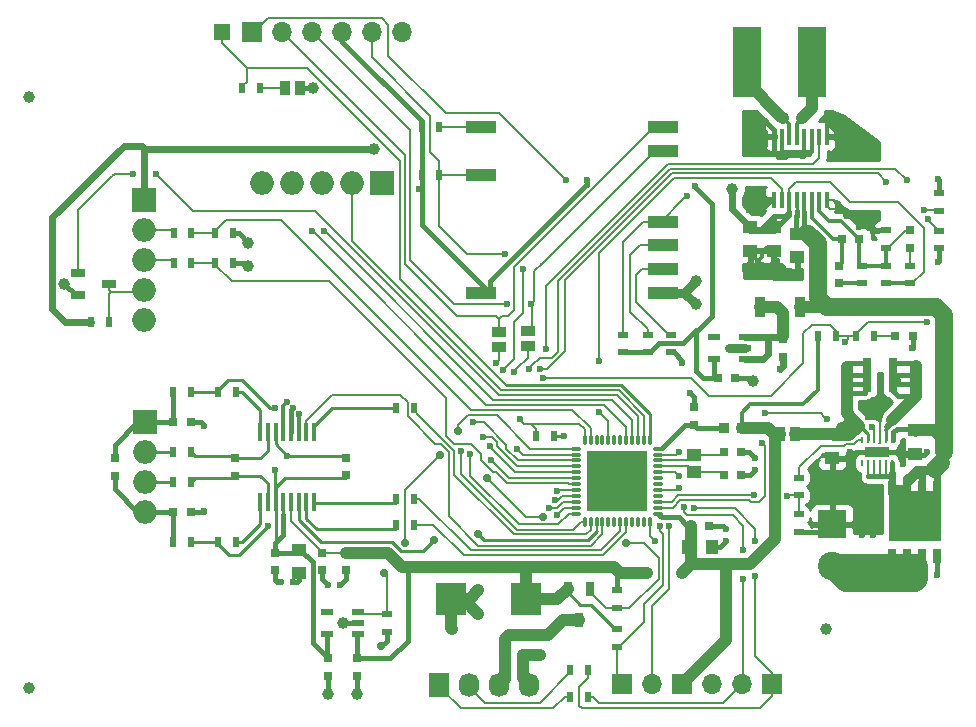
<source format=gtl>
G04 #@! TF.FileFunction,Copper,L1,Top,Signal*
%FSLAX46Y46*%
G04 Gerber Fmt 4.6, Leading zero omitted, Abs format (unit mm)*
G04 Created by KiCad (PCBNEW 4.0.7) date 2018 November 22, Thursday 00:19:32*
%MOMM*%
%LPD*%
G01*
G04 APERTURE LIST*
%ADD10C,0.050000*%
%ADD11C,1.000000*%
%ADD12R,0.750000X0.800000*%
%ADD13R,0.800000X0.750000*%
%ADD14C,2.400000*%
%ADD15R,2.400000X2.400000*%
%ADD16R,0.889000X0.889000*%
%ADD17R,1.700000X1.700000*%
%ADD18O,1.700000X1.700000*%
%ADD19R,0.900000X0.500000*%
%ADD20R,0.500000X0.900000*%
%ADD21O,0.280000X0.850000*%
%ADD22O,0.850000X0.280000*%
%ADD23R,5.100000X5.100000*%
%ADD24R,0.450000X1.500000*%
%ADD25R,1.249680X0.998220*%
%ADD26R,2.450000X5.900000*%
%ADD27R,0.800000X2.900000*%
%ADD28R,0.381000X1.397000*%
%ADD29O,1.998980X1.998980*%
%ADD30R,1.998980X1.998980*%
%ADD31R,2.500000X1.100000*%
%ADD32R,1.270000X0.965200*%
%ADD33R,0.700000X1.200000*%
%ADD34R,4.500000X4.290000*%
%ADD35R,1.550000X1.600000*%
%ADD36R,1.550000X1.200000*%
%ADD37R,2.000000X0.900000*%
%ADD38R,0.250000X0.600000*%
%ADD39C,0.604800*%
%ADD40C,0.609600*%
%ADD41R,0.650000X1.220000*%
%ADD42R,1.220000X0.650000*%
%ADD43R,1.250000X1.000000*%
%ADD44R,1.000000X1.250000*%
%ADD45R,2.550000X2.700000*%
%ADD46R,1.727200X2.032000*%
%ADD47O,1.727200X2.032000*%
%ADD48R,1.350000X1.350000*%
%ADD49R,1.000000X0.550000*%
%ADD50R,0.965200X1.270000*%
%ADD51R,0.900000X1.700000*%
%ADD52C,0.600000*%
%ADD53C,0.700000*%
%ADD54C,0.400000*%
%ADD55C,0.600000*%
%ADD56C,0.800000*%
%ADD57C,0.200000*%
%ADD58C,1.000000*%
%ADD59C,0.250000*%
%ADD60C,0.300000*%
%ADD61C,1.500000*%
%ADD62C,0.280000*%
%ADD63C,0.500000*%
%ADD64C,0.350000*%
%ADD65C,2.000000*%
%ADD66C,0.254000*%
G04 APERTURE END LIST*
D10*
D11*
X73960000Y7505000D03*
X6460000Y52505000D03*
D12*
X62750000Y24750000D03*
X62750000Y26250000D03*
D13*
X65250000Y22500000D03*
X66750000Y22500000D03*
X65250000Y20500000D03*
X66750000Y20500000D03*
X64000000Y16205000D03*
X62500000Y16205000D03*
X46750000Y5250000D03*
X48250000Y5250000D03*
X79750000Y32250000D03*
X81250000Y32250000D03*
D12*
X13690000Y21940000D03*
X13690000Y20440000D03*
D13*
X18655000Y25000000D03*
X20155000Y25000000D03*
X18655000Y17380000D03*
X20155000Y17380000D03*
D12*
X23850000Y20440000D03*
X23850000Y21940000D03*
X33250000Y20500000D03*
X33250000Y22000000D03*
X33295000Y13940000D03*
X33295000Y12440000D03*
X31295000Y12440000D03*
X31295000Y13940000D03*
X27295000Y12440000D03*
X27295000Y13940000D03*
D14*
X74440000Y12855000D03*
D15*
X74440000Y16355000D03*
D16*
X65250000Y24500000D03*
X66774000Y24500000D03*
D17*
X69350000Y2830000D03*
D18*
X66810000Y2830000D03*
D17*
X56650000Y2830000D03*
D18*
X59190000Y2830000D03*
D19*
X71640000Y18805000D03*
X71640000Y20305000D03*
X71640000Y15705000D03*
X71640000Y17205000D03*
X81000000Y38250000D03*
X81000000Y36750000D03*
X79000000Y41250000D03*
X79000000Y39750000D03*
X79000000Y36750000D03*
X79000000Y38250000D03*
X56240000Y5955000D03*
X56240000Y7455000D03*
X83490000Y42905000D03*
X83490000Y44405000D03*
X83490000Y41205000D03*
X83490000Y39705000D03*
D20*
X73250000Y32250000D03*
X74750000Y32250000D03*
X76500000Y32250000D03*
X78000000Y32250000D03*
X39690000Y49955000D03*
X41190000Y49955000D03*
X20155000Y19920000D03*
X18655000Y19920000D03*
X20155000Y22460000D03*
X18655000Y22460000D03*
X20155000Y27540000D03*
X18655000Y27540000D03*
X20155000Y14840000D03*
X18655000Y14840000D03*
X23965000Y14840000D03*
X22465000Y14840000D03*
X23965000Y27540000D03*
X22465000Y27540000D03*
X39045000Y26190000D03*
X37545000Y26190000D03*
X39045000Y18510000D03*
X37545000Y18510000D03*
X39045000Y16310000D03*
X37545000Y16310000D03*
X13200000Y33500000D03*
X11700000Y33500000D03*
X20200000Y41000000D03*
X18700000Y41000000D03*
X18700000Y38500000D03*
X20200000Y38500000D03*
X23700000Y41000000D03*
X22200000Y41000000D03*
X22200000Y38500000D03*
X23700000Y38500000D03*
D21*
X59000000Y23475000D03*
X58500000Y23475000D03*
X58000000Y23475000D03*
X57500000Y23475000D03*
X57000000Y23475000D03*
X56500000Y23475000D03*
X56000000Y23475000D03*
X55500000Y23475000D03*
X55000000Y23475000D03*
X54500000Y23475000D03*
X54000000Y23475000D03*
X53500000Y23475000D03*
D22*
X52775000Y22750000D03*
X52775000Y22250000D03*
X52775000Y21750000D03*
X52775000Y21250000D03*
X52775000Y20750000D03*
X52775000Y20250000D03*
X52775000Y19750000D03*
X52775000Y19250000D03*
X52775000Y18750000D03*
X52775000Y18250000D03*
X52775000Y17750000D03*
X52775000Y17250000D03*
D21*
X53500000Y16525000D03*
X54000000Y16525000D03*
X54500000Y16525000D03*
X55000000Y16525000D03*
X55500000Y16525000D03*
X56000000Y16525000D03*
X56500000Y16525000D03*
X57000000Y16525000D03*
X57500000Y16525000D03*
X58000000Y16525000D03*
X58500000Y16525000D03*
X59000000Y16525000D03*
D22*
X59725000Y17250000D03*
X59725000Y17750000D03*
X59725000Y18250000D03*
X59725000Y18750000D03*
X59725000Y19250000D03*
X59725000Y19750000D03*
X59725000Y20250000D03*
X59725000Y20750000D03*
X59725000Y21250000D03*
X59725000Y21750000D03*
X59725000Y22250000D03*
X59725000Y22750000D03*
D23*
X56250000Y20000000D03*
D24*
X30570000Y24140000D03*
X29920000Y24140000D03*
X29270000Y24140000D03*
X28620000Y24140000D03*
X27970000Y24140000D03*
X27320000Y24140000D03*
X26670000Y24140000D03*
X26020000Y24140000D03*
X26020000Y18240000D03*
X26670000Y18240000D03*
X27320000Y18240000D03*
X27970000Y18240000D03*
X28620000Y18240000D03*
X29270000Y18240000D03*
X29920000Y18240000D03*
X30570000Y18240000D03*
D25*
X62750000Y22249300D03*
X62750000Y20750700D03*
D17*
X61730000Y2830000D03*
D18*
X64270000Y2830000D03*
D12*
X75000000Y36750000D03*
X75000000Y38250000D03*
D13*
X76750000Y40500000D03*
X75250000Y40500000D03*
D12*
X81000000Y39750000D03*
X81000000Y41250000D03*
D26*
X72775000Y55500000D03*
X67225000Y55500000D03*
D27*
X79600000Y29000000D03*
X77400000Y29000000D03*
D19*
X77000000Y36750000D03*
X77000000Y38250000D03*
D28*
X73972500Y49167000D03*
X73337500Y49167000D03*
X72702500Y49167000D03*
X72067500Y49167000D03*
X71432500Y49167000D03*
X70797500Y49167000D03*
X70162500Y49167000D03*
X69527500Y49167000D03*
X69527500Y43833000D03*
X70162500Y43833000D03*
X70797500Y43833000D03*
X71432500Y43833000D03*
X72067500Y43833000D03*
X72702500Y43833000D03*
X73337500Y43833000D03*
X73972500Y43833000D03*
D29*
X28710000Y45260000D03*
D30*
X36330000Y45260000D03*
D29*
X33790000Y45260000D03*
X31250000Y45260000D03*
X26170000Y45260000D03*
X16230000Y17380000D03*
D30*
X16230000Y25000000D03*
D29*
X16230000Y22460000D03*
X16230000Y19920000D03*
X16190000Y36180000D03*
D30*
X16190000Y43800000D03*
D29*
X16190000Y41260000D03*
X16190000Y38720000D03*
X16190000Y33640000D03*
D17*
X25360000Y58000000D03*
D18*
X27900000Y58000000D03*
X30440000Y58000000D03*
X32980000Y58000000D03*
X35520000Y58000000D03*
X38060000Y58000000D03*
D20*
X41190000Y45955000D03*
X39690000Y45955000D03*
D19*
X60840000Y30905000D03*
X60840000Y32405000D03*
X56740000Y30895000D03*
X56740000Y32395000D03*
X58835000Y30895000D03*
X58835000Y32395000D03*
D31*
X44740000Y49955000D03*
X44740000Y45955000D03*
X44740000Y35955000D03*
X60140000Y35955000D03*
X60140000Y37955000D03*
X60140000Y39955000D03*
X60140000Y41955000D03*
X60140000Y47955000D03*
X60140000Y49955000D03*
D32*
X48690000Y31435000D03*
X48690000Y32705000D03*
D33*
X79530000Y13655000D03*
X80800000Y13655000D03*
X82080000Y13655000D03*
X83350000Y13655000D03*
X83350000Y19455000D03*
X82080000Y19455000D03*
X80800000Y19455000D03*
X79530000Y19455000D03*
D34*
X81440000Y17055000D03*
D35*
X80350000Y17805000D03*
X82530000Y17805000D03*
D36*
X80350000Y15805000D03*
X82530000Y15805000D03*
D37*
X78250000Y22500000D03*
D38*
X78500000Y23500000D03*
D39*
X79000000Y22500000D03*
D40*
X77500000Y22500000D03*
D38*
X79500000Y23500000D03*
X79000000Y23500000D03*
X78000000Y23500000D03*
X77500000Y23500000D03*
X77000000Y23500000D03*
X77000000Y21500000D03*
X77500000Y21500000D03*
X78000000Y21500000D03*
X78500000Y21500000D03*
X79000000Y21500000D03*
X79500000Y21500000D03*
D11*
X6460000Y2505000D03*
D41*
X53950000Y10870000D03*
X52050000Y10870000D03*
X53000000Y8250000D03*
D42*
X10635000Y37660000D03*
X10635000Y35760000D03*
X13255000Y36710000D03*
D43*
X81440000Y24305000D03*
X81440000Y22305000D03*
X71500000Y40955000D03*
X71500000Y38955000D03*
X74440000Y23955000D03*
X74440000Y21955000D03*
X67500000Y41500000D03*
X67500000Y39500000D03*
X69500000Y41500000D03*
X69500000Y39500000D03*
D44*
X64250000Y14455000D03*
X62250000Y14455000D03*
D45*
X48560000Y10005000D03*
X42210000Y10005000D03*
D43*
X29295000Y12190000D03*
X29295000Y14190000D03*
D20*
X50860000Y23805000D03*
X49360000Y23805000D03*
D19*
X56250000Y10750000D03*
X56250000Y9250000D03*
D46*
X41170000Y2750000D03*
D47*
X43710000Y2750000D03*
X46250000Y2750000D03*
X48790000Y2750000D03*
D48*
X22750000Y58000000D03*
D20*
X53750000Y1750000D03*
X52250000Y1750000D03*
X53750000Y4000000D03*
X52250000Y4000000D03*
D12*
X34250000Y5000000D03*
X34250000Y3500000D03*
X31750000Y5000000D03*
X31750000Y3500000D03*
D19*
X36750000Y7250000D03*
X36750000Y8750000D03*
D49*
X34300000Y7050000D03*
X34300000Y8000000D03*
X34300000Y8950000D03*
X31700000Y8950000D03*
X31700000Y7050000D03*
D50*
X29385000Y53250000D03*
X28115000Y53250000D03*
D20*
X26000000Y53250000D03*
X24500000Y53250000D03*
D13*
X64750000Y28750000D03*
X66250000Y28750000D03*
D49*
X67050000Y30300000D03*
X67050000Y31250000D03*
X67050000Y32200000D03*
X64450000Y32200000D03*
X64450000Y30300000D03*
D12*
X70250000Y32000000D03*
X70250000Y30500000D03*
D50*
X71270000Y24000000D03*
X70000000Y24000000D03*
D51*
X71700000Y34750000D03*
X68300000Y34750000D03*
D32*
X46250000Y31365000D03*
X46250000Y32635000D03*
D11*
X67750000Y28500000D03*
D52*
X61750000Y30000000D03*
X62440000Y27455000D03*
X70000000Y29500000D03*
X65750000Y31250000D03*
X68250000Y47750000D03*
X67750000Y48500000D03*
X68750000Y48500000D03*
X68750000Y49500000D03*
X67740000Y49555000D03*
X67750000Y50500000D03*
X68750000Y50500000D03*
X75724982Y42489982D03*
X76724982Y41489982D03*
X71940000Y47505010D03*
X70930232Y47646255D03*
X78440000Y26455000D03*
X77440000Y26455000D03*
D53*
X36250000Y6000000D03*
D11*
X42250000Y7500000D03*
X44500000Y8750000D03*
X44500000Y10750000D03*
X49750000Y5250000D03*
X33000000Y8000000D03*
X34250000Y2000000D03*
X31750000Y2000000D03*
D52*
X51760000Y23805000D03*
D11*
X9445000Y36710000D03*
D52*
X28795000Y11460010D03*
X27795000Y11460010D03*
D11*
X24995000Y40190000D03*
X24995000Y38190000D03*
D52*
X77690000Y41455000D03*
X77690000Y42455000D03*
X74940000Y43455000D03*
X76690000Y42455000D03*
X77940000Y15455000D03*
X76940000Y15455000D03*
X76940000Y16455000D03*
X77940000Y16455000D03*
X77940000Y17455000D03*
X76940000Y17455000D03*
X72940000Y18455000D03*
X73940000Y18455000D03*
X74940000Y18455000D03*
X75940000Y18455000D03*
X76940000Y18455000D03*
X77940000Y18455000D03*
X77940000Y19455000D03*
X76940000Y19455000D03*
X75940000Y19455000D03*
X74940000Y19455000D03*
X73940000Y19455000D03*
X72940000Y19455000D03*
X72940000Y20455000D03*
X73940000Y20455000D03*
X74940000Y20455000D03*
X75940000Y20455000D03*
X75940000Y21455000D03*
X75940000Y22455000D03*
X56250000Y20000000D03*
X61440000Y19455000D03*
X61440000Y20455000D03*
X61440000Y22455000D03*
X56250000Y20000000D03*
X59440000Y14955000D03*
X65440000Y14955000D03*
X65440000Y15955000D03*
X67940000Y20955000D03*
X67940000Y21955000D03*
D11*
X62940000Y34955000D03*
X62940000Y36955000D03*
D52*
X28295000Y26690000D03*
X29295000Y25690000D03*
X28795000Y26190000D03*
X31795000Y11190000D03*
X32795000Y11190000D03*
X77440000Y25455000D03*
X80440000Y23255000D03*
X82440000Y22455000D03*
X80440000Y21455000D03*
X80440000Y22455000D03*
X69790000Y38655000D03*
X71790000Y37755000D03*
X70890000Y37755000D03*
X69790000Y37755000D03*
X68890000Y37955000D03*
X68190000Y38655000D03*
X67440000Y42955000D03*
X67440000Y44055000D03*
X68540000Y44055000D03*
X68540000Y42955000D03*
X77250000Y47500000D03*
X76240000Y48255000D03*
X76240000Y47555000D03*
X75240000Y47555000D03*
X75240000Y48255000D03*
X75240000Y49155000D03*
X73940000Y50655000D03*
X83390000Y45555000D03*
X83390000Y38555000D03*
X83340000Y12055000D03*
X81240000Y31255000D03*
X21295000Y24690000D03*
X21295000Y17440000D03*
X78440000Y25455000D03*
D11*
X58750000Y12250000D03*
X61750000Y12250000D03*
D52*
X27269990Y26190022D03*
X27295000Y20940000D03*
X48749994Y29500000D03*
X44897009Y23722942D03*
X80750000Y45500000D03*
X82190000Y42955000D03*
X45500000Y23000000D03*
X49750000Y29500000D03*
X78990000Y45355000D03*
X82590000Y42155000D03*
D11*
X66000000Y44750000D03*
X35660649Y48132869D03*
D52*
X51191377Y17157166D03*
X59865078Y16205814D03*
X50450045Y17721096D03*
X60664662Y16179662D03*
X17210000Y46005000D03*
X15210000Y46005000D03*
X70650021Y18755000D03*
X67840000Y18855000D03*
X45549272Y21799272D03*
X49947701Y28724801D03*
X82500000Y33449990D03*
X75500000Y31750000D03*
X74000000Y25250000D03*
X77840000Y24555000D03*
X68500000Y23250000D03*
X68750000Y25750000D03*
X47999998Y25250000D03*
X50240000Y31155000D03*
D53*
X42750000Y24250000D03*
X41250000Y22250000D03*
X38250000Y14750000D03*
X36500000Y12250000D03*
X40750000Y15000000D03*
X44500000Y15500000D03*
D52*
X54740000Y25855006D03*
X54705674Y30155011D03*
X48250000Y38000000D03*
X46750000Y39250000D03*
X46565694Y29434306D03*
X43999979Y25000000D03*
X47500000Y29250000D03*
X43821825Y22329631D03*
X46000000Y30000000D03*
X43046954Y22528612D03*
X31440000Y41205000D03*
X30440000Y41205000D03*
X62140000Y44154992D03*
X51940000Y45455000D03*
X46899990Y34996772D03*
X48940000Y34955000D03*
D53*
X45250000Y20250000D03*
D52*
X47750000Y22750000D03*
D53*
X57000000Y14750000D03*
X50000000Y17000000D03*
D52*
X26644990Y16189589D03*
X28319998Y22140000D03*
X51190000Y19205000D03*
X61861236Y17804977D03*
X66940000Y11705000D03*
X66940000Y14205000D03*
X67940000Y14955000D03*
X67940000Y11955000D03*
X50965888Y18395132D03*
X62710484Y17704979D03*
X39500000Y44750000D03*
D11*
X30500000Y53250000D03*
D52*
X62870157Y45004957D03*
X53690000Y45505010D03*
D54*
X66250000Y28750000D02*
X67500000Y28750000D01*
X67500000Y28750000D02*
X67750000Y28500000D01*
X61750000Y30195000D02*
X61750000Y30000000D01*
X61040000Y30905000D02*
X61750000Y30195000D01*
X60840000Y30905000D02*
X61040000Y30905000D01*
X62750000Y26250000D02*
X62750000Y27145000D01*
X62750000Y27145000D02*
X62440000Y27455000D01*
D55*
X70250000Y30500000D02*
X70250000Y29750000D01*
X70250000Y29750000D02*
X70000000Y29500000D01*
D56*
X67050000Y31250000D02*
X65750000Y31250000D01*
D54*
X68250000Y48000000D02*
X68250000Y47750000D01*
X67750000Y48500000D02*
X68250000Y48000000D01*
X68750000Y49500000D02*
X68750000Y48500000D01*
X67750000Y50500000D02*
X67750000Y49565000D01*
X67750000Y49565000D02*
X67740000Y49555000D01*
X69527500Y49167000D02*
X69527500Y49722500D01*
X69527500Y49722500D02*
X68750000Y50500000D01*
D57*
X73972500Y43833000D02*
X73972500Y43277500D01*
X73972500Y43277500D02*
X74250000Y43000000D01*
X74250000Y43000000D02*
X75395000Y43000000D01*
X75395000Y43000000D02*
X75440000Y42955000D01*
X75440000Y42955000D02*
X75440000Y42455000D01*
X76690000Y41524964D02*
X76724982Y41489982D01*
X76690000Y42455000D02*
X76690000Y41524964D01*
D54*
X71798755Y47646255D02*
X71940000Y47505010D01*
X70930232Y47646255D02*
X71798755Y47646255D01*
X72318619Y47883629D02*
X72239999Y47805009D01*
X70440000Y47580287D02*
X70505968Y47646255D01*
X72239999Y47805009D02*
X71940000Y47505010D01*
X72611379Y47883629D02*
X72318619Y47883629D01*
X70440000Y47455000D02*
X70440000Y47580287D01*
D57*
X70505968Y47646255D02*
X70930232Y47646255D01*
X70231255Y47646255D02*
X70505968Y47646255D01*
X70140000Y47555000D02*
X70231255Y47646255D01*
D54*
X78440000Y26455000D02*
X77440000Y25455000D01*
X78440000Y25455000D02*
X77440000Y26455000D01*
X36750000Y7250000D02*
X36750000Y6500000D01*
X36750000Y6500000D02*
X36250000Y6000000D01*
D58*
X42210000Y10005000D02*
X42210000Y7540000D01*
X42210000Y7540000D02*
X42250000Y7500000D01*
X42210000Y10005000D02*
X43245000Y10005000D01*
X43245000Y10005000D02*
X44500000Y8750000D01*
X42210000Y10005000D02*
X43755000Y10005000D01*
X43755000Y10005000D02*
X44500000Y10750000D01*
X48250000Y5250000D02*
X49750000Y5250000D01*
X48250000Y5250000D02*
X48250000Y3290000D01*
X48250000Y3290000D02*
X48790000Y2750000D01*
D54*
X34300000Y8000000D02*
X33000000Y8000000D01*
X34250000Y3500000D02*
X34250000Y2000000D01*
X31750000Y3500000D02*
X31750000Y2000000D01*
X68190000Y38655000D02*
X68190000Y38525000D01*
X68190000Y38525000D02*
X68210000Y38505000D01*
D59*
X50860000Y23805000D02*
X51760000Y23805000D01*
D54*
X41610000Y10605000D02*
X42210000Y10005000D01*
X42210000Y10005000D02*
X41360000Y10005000D01*
X10635000Y35760000D02*
X10395000Y35760000D01*
X10395000Y35760000D02*
X9445000Y36710000D01*
X29115010Y11460010D02*
X28795000Y11460010D01*
X29295000Y12440000D02*
X29295000Y11640000D01*
X27295000Y12440000D02*
X27295000Y11640000D01*
X27474990Y11460010D02*
X27795000Y11460010D01*
X27295000Y11640000D02*
X27474990Y11460010D01*
X29295000Y11640000D02*
X29115010Y11460010D01*
X79000000Y41250000D02*
X77895000Y41250000D01*
X77895000Y41250000D02*
X77690000Y41455000D01*
X23700000Y41000000D02*
X24185000Y41000000D01*
X24185000Y41000000D02*
X24995000Y40190000D01*
X23700000Y38500000D02*
X24685000Y38500000D01*
X24685000Y38500000D02*
X24995000Y38190000D01*
D57*
X69527500Y47867500D02*
X69940000Y47455000D01*
X77690000Y42455000D02*
X77690000Y41455000D01*
X73972500Y43833000D02*
X74562000Y43833000D01*
X74562000Y43833000D02*
X74940000Y43455000D01*
D54*
X69640001Y47754999D02*
X69940000Y47455000D01*
X69527500Y47867500D02*
X69640001Y47754999D01*
X69527500Y49167000D02*
X69527500Y47867500D01*
X69840000Y47455000D02*
X69940000Y47455000D01*
D57*
X72940000Y21455000D02*
X72940000Y20455000D01*
X73690000Y22205000D02*
X72940000Y21455000D01*
D54*
X74440000Y22205000D02*
X73690000Y22205000D01*
D57*
X76940000Y16455000D02*
X76940000Y15455000D01*
X77940000Y17455000D02*
X77940000Y16455000D01*
X72940000Y18455000D02*
X75940000Y18455000D01*
X75940000Y18455000D02*
X76940000Y17455000D01*
X74940000Y18455000D02*
X73940000Y18455000D01*
X76940000Y18455000D02*
X75940000Y18455000D01*
X76940000Y19455000D02*
X77940000Y19455000D01*
X74940000Y19455000D02*
X75940000Y19455000D01*
X72940000Y19455000D02*
X73940000Y19455000D01*
X73940000Y20455000D02*
X72940000Y20455000D01*
X74940000Y20455000D02*
X73940000Y20455000D01*
X75940000Y21455000D02*
X75940000Y20455000D01*
X76364264Y22455000D02*
X75940000Y22455000D01*
X76440000Y22455000D02*
X76364264Y22455000D01*
X76485000Y22500000D02*
X76440000Y22455000D01*
D54*
X78250000Y22500000D02*
X76485000Y22500000D01*
D57*
X58446011Y21961011D02*
X56940000Y20455000D01*
X56250000Y20000000D02*
X56250000Y18765000D01*
X55946011Y21961011D02*
X54440000Y20455000D01*
X59725000Y19250000D02*
X61235000Y19250000D01*
X61235000Y19250000D02*
X61440000Y19455000D01*
X59725000Y20750000D02*
X61145000Y20750000D01*
X61145000Y20750000D02*
X61440000Y20455000D01*
X59725000Y22250000D02*
X61235000Y22250000D01*
X61235000Y22250000D02*
X61440000Y22455000D01*
X59000000Y15395000D02*
X59440000Y14955000D01*
X59000000Y16525000D02*
X59000000Y15395000D01*
D54*
X64000000Y14455000D02*
X64940000Y14455000D01*
X64940000Y14455000D02*
X65440000Y14955000D01*
X64000000Y16205000D02*
X65190000Y16205000D01*
X65190000Y16205000D02*
X65440000Y15955000D01*
X66750000Y20500000D02*
X67485000Y20500000D01*
X67485000Y20500000D02*
X67940000Y20955000D01*
X66750000Y22500000D02*
X67395000Y22500000D01*
X67395000Y22500000D02*
X67940000Y21955000D01*
D56*
X62940000Y34955000D02*
X61940000Y35955000D01*
X59440000Y35955000D02*
X61940000Y35955000D01*
X61940000Y35955000D02*
X62940000Y36955000D01*
D60*
X27970000Y24140000D02*
X27970000Y26365000D01*
X27970000Y26365000D02*
X28295000Y26690000D01*
X29270000Y24140000D02*
X29270000Y25665000D01*
X29270000Y25665000D02*
X29295000Y25690000D01*
D54*
X28620000Y24140000D02*
X28620000Y26015000D01*
X28620000Y26015000D02*
X28795000Y26190000D01*
X31295000Y12440000D02*
X31295000Y11690000D01*
X31295000Y11690000D02*
X31795000Y11190000D01*
X33295000Y12440000D02*
X33295000Y11690000D01*
X33295000Y11690000D02*
X32795000Y11190000D01*
X80440000Y21455000D02*
X80440000Y23255000D01*
X80440000Y23255000D02*
X80440000Y23455000D01*
X80440000Y22455000D02*
X80440000Y23255000D01*
X81440000Y22205000D02*
X82190000Y22205000D01*
X82190000Y22205000D02*
X82440000Y22455000D01*
X79000000Y22500000D02*
X80395000Y22500000D01*
X80395000Y22500000D02*
X80440000Y22455000D01*
X81440000Y22205000D02*
X80690000Y22205000D01*
X80690000Y22205000D02*
X80440000Y22455000D01*
X71640000Y15705000D02*
X73790000Y15705000D01*
X73790000Y15705000D02*
X74440000Y16355000D01*
D60*
X68490000Y39415000D02*
X68489999Y38954999D01*
X68489999Y38954999D02*
X68190000Y38655000D01*
X69500000Y39750000D02*
X68825000Y39750000D01*
X68825000Y39750000D02*
X68490000Y39415000D01*
X70890000Y37755000D02*
X71790000Y37755000D01*
X68890000Y37955000D02*
X69590000Y37955000D01*
X69590000Y37955000D02*
X69790000Y37755000D01*
X67500000Y39750000D02*
X67500000Y39345000D01*
X67500000Y39345000D02*
X68190000Y38655000D01*
X68540000Y44055000D02*
X67440000Y44055000D01*
X69527500Y43833000D02*
X69418000Y43833000D01*
X69418000Y43833000D02*
X68540000Y42955000D01*
D54*
X76240000Y47555000D02*
X76240000Y48255000D01*
X75240000Y48255000D02*
X75240000Y47555000D01*
X73940000Y50655000D02*
X73940000Y50455000D01*
X73940000Y50455000D02*
X75240000Y49155000D01*
D60*
X70162500Y49167000D02*
X70162500Y48355000D01*
X70162500Y48355000D02*
X70162500Y47877500D01*
D54*
X70440000Y47455000D02*
X69840000Y47455000D01*
X70439999Y47555001D02*
X70140000Y47855000D01*
X70440000Y47455000D02*
X70439999Y47555001D01*
X71840000Y47855000D02*
X72540000Y47855000D01*
X72540000Y47855000D02*
X72640000Y47955000D01*
X70140000Y47855000D02*
X71940000Y47855000D01*
X71940000Y47855000D02*
X72040000Y47955000D01*
D60*
X70162500Y47877500D02*
X70140000Y47855000D01*
X72067500Y49167000D02*
X72067500Y47982500D01*
X72067500Y47982500D02*
X72040000Y47955000D01*
X72702500Y49167000D02*
X72702500Y48017500D01*
X72702500Y48017500D02*
X72640000Y47955000D01*
X73972500Y49167000D02*
X73972500Y50622500D01*
X73972500Y50622500D02*
X73940000Y50655000D01*
D54*
X83490000Y44405000D02*
X83490000Y45455000D01*
X83490000Y45455000D02*
X83390000Y45555000D01*
X83490000Y39705000D02*
X83490000Y38655000D01*
X83490000Y38655000D02*
X83390000Y38555000D01*
X83350000Y13655000D02*
X83350000Y12065000D01*
X83350000Y12065000D02*
X83340000Y12055000D01*
X81250000Y32250000D02*
X81250000Y31265000D01*
X81250000Y31265000D02*
X81240000Y31255000D01*
X20155000Y25000000D02*
X20985000Y25000000D01*
X20985000Y25000000D02*
X21295000Y24690000D01*
X20155000Y17380000D02*
X21235000Y17380000D01*
X21235000Y17380000D02*
X21295000Y17440000D01*
D57*
X78500000Y25395000D02*
X78440000Y25455000D01*
X78500000Y23500000D02*
X78500000Y25395000D01*
X78500000Y23500000D02*
X78500000Y23250001D01*
X78500000Y23250001D02*
X78440000Y23250001D01*
D60*
X67500000Y26500000D02*
X66774000Y25774000D01*
X66774000Y25774000D02*
X66774000Y24500000D01*
X72000000Y26500000D02*
X67500000Y26500000D01*
X73250000Y27750000D02*
X72000000Y26500000D01*
X73250000Y32250000D02*
X73250000Y27750000D01*
D58*
X66774000Y24500000D02*
X69000000Y24500000D01*
X69500000Y24000000D02*
X70000000Y24000000D01*
X69000000Y24500000D02*
X69500000Y24000000D01*
X70000000Y24000000D02*
X69600011Y23600011D01*
X69600011Y23600011D02*
X69600011Y15061007D01*
X69600011Y15061007D02*
X67494004Y12955000D01*
X67494004Y12955000D02*
X64000000Y12955000D01*
D59*
X53995000Y9500000D02*
X53135000Y9500000D01*
X53135000Y9500000D02*
X52050000Y10585000D01*
X52050000Y10585000D02*
X52050000Y10870000D01*
X56240000Y7455000D02*
X56040000Y7455000D01*
X56040000Y7455000D02*
X53995000Y9500000D01*
D54*
X56250000Y10750000D02*
X56250000Y12000000D01*
X56250000Y12000000D02*
X56500000Y12250000D01*
D58*
X58750000Y12250000D02*
X57500000Y12250000D01*
X57500000Y12250000D02*
X56500000Y12250000D01*
D54*
X56240000Y7455000D02*
X56440000Y7455000D01*
D58*
X48560000Y10005000D02*
X51185000Y10005000D01*
X51185000Y10005000D02*
X52050000Y10870000D01*
X48750000Y12750000D02*
X56000000Y12750000D01*
X38000000Y12750000D02*
X48750000Y12750000D01*
X48750000Y12750000D02*
X48560000Y12560000D01*
X48560000Y12560000D02*
X48560000Y10005000D01*
X33295000Y13940000D02*
X36810000Y13940000D01*
X36810000Y13940000D02*
X38000000Y12750000D01*
X56000000Y12750000D02*
X56500000Y12250000D01*
D54*
X34250000Y5000000D02*
X37000000Y5000000D01*
X38500000Y12500000D02*
X38250000Y12750000D01*
X37000000Y5000000D02*
X38500000Y6500000D01*
X38500000Y6500000D02*
X38500000Y12500000D01*
X34250000Y5000000D02*
X34250000Y7000000D01*
X34250000Y7000000D02*
X34300000Y7050000D01*
D58*
X62625000Y12955000D02*
X62455000Y12955000D01*
X62455000Y12955000D02*
X61750000Y12250000D01*
X62500000Y14455000D02*
X62500000Y16205000D01*
X64000000Y12955000D02*
X62625000Y12955000D01*
X62625000Y12955000D02*
X62500000Y13080000D01*
X62500000Y13080000D02*
X62500000Y14455000D01*
X61730000Y2830000D02*
X65440000Y6540000D01*
X65440000Y6540000D02*
X65440000Y12955000D01*
X65440000Y12955000D02*
X64000000Y12955000D01*
D54*
X62500000Y16205000D02*
X62190000Y16205000D01*
X62190000Y16205000D02*
X61440000Y16955000D01*
X61440000Y16955000D02*
X60020000Y16955000D01*
X60020000Y16955000D02*
X59815010Y17159990D01*
D57*
X31295000Y13940000D02*
X31295000Y13965000D01*
X28620000Y17290000D02*
X28620000Y18240000D01*
X31295000Y13965000D02*
X28620000Y16640000D01*
X28620000Y16640000D02*
X28620000Y17290000D01*
X33295000Y13940000D02*
X31295000Y13940000D01*
X34295000Y13940000D02*
X33295000Y13940000D01*
D54*
X48560000Y10005000D02*
X48560000Y9605000D01*
D59*
X27320000Y18240000D02*
X27320000Y14765000D01*
X27320000Y14765000D02*
X27295000Y14740000D01*
D54*
X31700000Y7050000D02*
X31700000Y5050000D01*
X31700000Y5050000D02*
X31750000Y5000000D01*
X29295000Y14190000D02*
X29420000Y14190000D01*
X29420000Y14190000D02*
X30469999Y13140001D01*
X30469999Y13140001D02*
X30469999Y6305001D01*
X30469999Y6305001D02*
X31750000Y5025000D01*
X31750000Y5025000D02*
X31750000Y5000000D01*
D59*
X22465000Y27540000D02*
X22465000Y27740000D01*
X22465000Y27740000D02*
X23315000Y28590000D01*
X23315000Y28590000D02*
X24445748Y28590000D01*
X24445748Y28590000D02*
X26845726Y26190022D01*
X26845726Y26190022D02*
X27269990Y26190022D01*
X27295000Y20515736D02*
X27295000Y20940000D01*
X27295000Y19025000D02*
X27295000Y20515736D01*
X27320000Y19000000D02*
X27295000Y19025000D01*
X27320000Y19465000D02*
X27320000Y19000000D01*
X33295000Y20240000D02*
X28095000Y20240000D01*
X28095000Y20240000D02*
X27320000Y19465000D01*
X27320000Y19000000D02*
X27320000Y18240000D01*
X22465000Y27540000D02*
X20155000Y27540000D01*
D54*
X29295000Y13915000D02*
X29295000Y13940000D01*
X29295000Y13940000D02*
X27295000Y13940000D01*
D59*
X27970000Y18240000D02*
X27970000Y17104998D01*
D54*
X27970000Y15415000D02*
X27970000Y17104998D01*
X27295000Y14740000D02*
X27970000Y15415000D01*
X27295000Y13940000D02*
X27295000Y14740000D01*
D58*
X74440000Y23955000D02*
X71315000Y23955000D01*
X71315000Y23955000D02*
X71270000Y24000000D01*
D54*
X75750000Y29750000D02*
X76000000Y30000000D01*
D58*
X75665000Y28955000D02*
X75665000Y29665000D01*
D54*
X75665000Y27500000D02*
X77250000Y27500000D01*
X77250000Y27500000D02*
X77250000Y28850000D01*
X77250000Y28850000D02*
X77400000Y29000000D01*
D58*
X75665000Y27500000D02*
X75665000Y25730000D01*
X75665000Y28955000D02*
X75665000Y27500000D01*
D57*
X75545000Y28250000D02*
X75545000Y28835000D01*
X75545000Y26850000D02*
X75545000Y28250000D01*
D54*
X75545000Y28250000D02*
X77000000Y28250000D01*
X75665000Y28955000D02*
X75710000Y29000000D01*
X75710000Y29000000D02*
X77400000Y29000000D01*
X76000000Y30000000D02*
X77000000Y30000000D01*
D58*
X75890012Y23905012D02*
X75890012Y24905012D01*
X75890012Y24905012D02*
X76190000Y25205000D01*
X75265000Y24530024D02*
X75890012Y23905012D01*
X75890012Y23905012D02*
X76690000Y24705000D01*
X74640012Y23905012D02*
X75890012Y23905012D01*
D59*
X77500000Y23979986D02*
X76774986Y24705000D01*
X76774986Y24705000D02*
X76690000Y24705000D01*
X77500000Y23500000D02*
X77500000Y23979986D01*
D58*
X75665000Y25730000D02*
X76190000Y25205000D01*
X76190000Y25205000D02*
X76690000Y24705000D01*
D57*
X75545000Y28835000D02*
X75665000Y28955000D01*
D54*
X62750000Y24750000D02*
X61975000Y24750000D01*
X61975000Y24750000D02*
X60065010Y22840010D01*
X65250000Y24500000D02*
X63000000Y24500000D01*
X63000000Y24500000D02*
X62750000Y24750000D01*
D57*
X62750000Y22249300D02*
X64999300Y22249300D01*
X64999300Y22249300D02*
X65250000Y22500000D01*
X59725000Y21750000D02*
X62250700Y21750000D01*
X62250700Y21750000D02*
X62750000Y22249300D01*
X62750000Y20750700D02*
X64999300Y20750700D01*
X64999300Y20750700D02*
X65250000Y20500000D01*
X59725000Y21250000D02*
X62250700Y21250000D01*
X62250700Y21250000D02*
X62750000Y20750700D01*
X78000000Y32250000D02*
X79750000Y32250000D01*
D54*
X15605000Y25000000D02*
X16230000Y25000000D01*
X13690000Y21940000D02*
X13690000Y23085000D01*
X13690000Y23085000D02*
X15605000Y25000000D01*
X16230000Y25000000D02*
X18655000Y25000000D01*
X18655000Y27540000D02*
X18655000Y25000000D01*
X16230000Y17380000D02*
X15605000Y17380000D01*
X15605000Y17380000D02*
X13690000Y19295000D01*
X13690000Y19295000D02*
X13690000Y20440000D01*
X16110000Y17500000D02*
X16230000Y17380000D01*
X16230000Y17380000D02*
X18655000Y17380000D01*
X18655000Y17380000D02*
X18655000Y14840000D01*
D59*
X21945000Y20240000D02*
X20475000Y20240000D01*
X20475000Y20240000D02*
X20155000Y19920000D01*
X23850000Y20440000D02*
X23650000Y20240000D01*
X23650000Y20240000D02*
X21945000Y20240000D01*
X26045000Y20440000D02*
X26670000Y19815000D01*
X26670000Y19815000D02*
X26670000Y18240000D01*
X23850000Y20440000D02*
X26045000Y20440000D01*
X21945000Y22140000D02*
X20475000Y22140000D01*
X20475000Y22140000D02*
X20155000Y22460000D01*
X23850000Y21940000D02*
X23650000Y22140000D01*
X23650000Y22140000D02*
X21945000Y22140000D01*
X26045000Y21940000D02*
X26670000Y22565000D01*
X26670000Y22565000D02*
X26670000Y24140000D01*
X23850000Y21940000D02*
X26045000Y21940000D01*
D57*
X52775000Y21250000D02*
X47796298Y21250000D01*
X46100002Y23288002D02*
X45665062Y23722942D01*
X45665062Y23722942D02*
X45321273Y23722942D01*
X47796298Y21250000D02*
X46100002Y22946296D01*
X45321273Y23722942D02*
X44897009Y23722942D01*
X46100002Y22946296D02*
X46100002Y23288002D01*
X51240001Y36986401D02*
X51240001Y30966999D01*
X60708589Y46454989D02*
X51240001Y36986401D01*
X79795011Y46454989D02*
X60708589Y46454989D01*
X49704993Y30454999D02*
X49049993Y29799999D01*
X50728001Y30454999D02*
X49704993Y30454999D01*
X51240001Y30966999D02*
X50728001Y30454999D01*
X49049993Y29799999D02*
X48749994Y29500000D01*
X80750000Y45500000D02*
X79795011Y46454989D01*
X82190000Y42955000D02*
X83440000Y42955000D01*
X83440000Y42955000D02*
X83490000Y42905000D01*
X45500000Y22875598D02*
X45500000Y23000000D01*
X52775000Y20750000D02*
X47625598Y20750000D01*
X47625598Y20750000D02*
X45500000Y22875598D01*
X50174264Y29500000D02*
X49750000Y29500000D01*
X50338702Y29500000D02*
X50174264Y29500000D01*
X51840012Y31001310D02*
X50338702Y29500000D01*
X51840012Y37020712D02*
X51840012Y31001310D01*
X60874278Y46054978D02*
X51840012Y37020712D01*
X78990000Y45355000D02*
X78290022Y46054978D01*
X78290022Y46054978D02*
X60874278Y46054978D01*
X82590000Y42155000D02*
X82590000Y42105000D01*
X82590000Y42105000D02*
X83490000Y41205000D01*
D58*
X71700000Y34750000D02*
X73150000Y34750000D01*
X73150000Y34750000D02*
X74000000Y34750000D01*
D54*
X79500000Y21500000D02*
X79500000Y20655000D01*
X72067500Y41567500D02*
X72067500Y41306140D01*
X72067500Y41306140D02*
X72418640Y40955000D01*
D61*
X73250000Y40123640D02*
X72418640Y40955000D01*
D60*
X72067500Y43833000D02*
X72067500Y42768998D01*
D54*
X71500000Y41000000D02*
X72067500Y41567500D01*
X72067500Y41567500D02*
X72067500Y42768998D01*
X71415002Y42430002D02*
X71415002Y42165002D01*
D62*
X72067500Y41522500D02*
X71500000Y40955000D01*
D54*
X71500000Y41000000D02*
X71415002Y41084998D01*
X71415002Y41084998D02*
X71415002Y42430002D01*
X71500000Y40955000D02*
X71500000Y41000000D01*
D61*
X83940000Y22455000D02*
X83940000Y34060000D01*
X83250000Y34750000D02*
X74000000Y34750000D01*
X83940000Y34060000D02*
X83250000Y34750000D01*
X74000000Y34750000D02*
X73250000Y35500000D01*
X73250000Y35500000D02*
X73250000Y40123640D01*
D55*
X82080000Y19455000D02*
X82080000Y20625000D01*
X82460000Y20875000D02*
X82440000Y20855000D01*
X82080000Y20625000D02*
X82460000Y21005000D01*
X82460000Y21005000D02*
X82460000Y20875000D01*
X79530000Y19455000D02*
X80480000Y19455000D01*
X80480000Y19455000D02*
X81530000Y20505000D01*
X81530000Y20505000D02*
X81960000Y20505000D01*
D57*
X79500000Y23500000D02*
X79500000Y24015000D01*
X79500000Y24015000D02*
X79625001Y24140001D01*
X79500000Y23500000D02*
X79625001Y23500000D01*
X79000000Y20395000D02*
X79440000Y20395000D01*
X79440000Y20395000D02*
X79500000Y20395000D01*
D54*
X79000000Y20455000D02*
X79380000Y20455000D01*
X79380000Y20455000D02*
X79440000Y20395000D01*
D57*
X79000000Y21000000D02*
X79000000Y20455000D01*
X79000000Y20455000D02*
X79000000Y20395000D01*
D54*
X78500000Y20395000D02*
X78940000Y20395000D01*
X78940000Y20395000D02*
X79000000Y20455000D01*
X78000000Y20395000D02*
X78500000Y20395000D01*
X77500000Y20395000D02*
X78000000Y20395000D01*
D57*
X83640000Y22455000D02*
X83940000Y22455000D01*
X83640000Y21555000D02*
X83840000Y21755000D01*
X83640000Y22455000D02*
X83640000Y21555000D01*
X83840000Y21755000D02*
X83940000Y21855000D01*
D58*
X81440000Y24305000D02*
X83090000Y24305000D01*
X83090000Y24305000D02*
X83640000Y23755000D01*
X83640000Y23155000D02*
X83640000Y22455000D01*
D55*
X80740000Y20255000D02*
X80940000Y20455000D01*
X80940000Y20455000D02*
X81340000Y20855000D01*
X81540000Y21055000D02*
X80940000Y20455000D01*
X83140000Y21055000D02*
X81540000Y21055000D01*
X81340000Y20855000D02*
X82440000Y20855000D01*
X82440000Y20855000D02*
X82940000Y20855000D01*
X82080000Y19455000D02*
X82080000Y18255000D01*
X82080000Y18255000D02*
X82530000Y17805000D01*
D57*
X79500000Y20655000D02*
X79500000Y20395000D01*
X79500000Y21000000D02*
X79500000Y20655000D01*
D55*
X79500000Y20655000D02*
X79500000Y19485000D01*
X79500000Y19485000D02*
X79530000Y19455000D01*
X83350000Y19455000D02*
X83350000Y20845000D01*
X83350000Y20845000D02*
X83140000Y21055000D01*
D61*
X83140000Y21055000D02*
X83640000Y21555000D01*
D55*
X82940000Y20855000D02*
X83140000Y21055000D01*
X80740000Y19765000D02*
X80740000Y20255000D01*
X80800000Y19455000D02*
X80800000Y19705000D01*
X80800000Y19705000D02*
X80740000Y19765000D01*
D57*
X79500000Y20395000D02*
X79540000Y20355000D01*
X77500000Y20395000D02*
X78500000Y20395000D01*
X78500000Y20395000D02*
X79000000Y20395000D01*
X78500000Y21500000D02*
X78500000Y21000000D01*
X78500000Y21000000D02*
X78500000Y20395000D01*
X79000000Y21500000D02*
X79000000Y21000000D01*
X79500000Y21500000D02*
X79500000Y21000000D01*
X78000000Y21500000D02*
X78000000Y20395000D01*
X77500000Y21500000D02*
X77500000Y20395000D01*
D54*
X81440000Y23955000D02*
X80940000Y24455000D01*
X79625001Y24140001D02*
X79625001Y23500000D01*
X79940000Y24455000D02*
X79625001Y24140001D01*
X80940000Y24455000D02*
X79940000Y24455000D01*
X71432500Y42854500D02*
X71432500Y42447500D01*
X71432500Y42447500D02*
X71415002Y42430002D01*
D62*
X71432500Y43833000D02*
X71432500Y42854500D01*
D57*
X33790000Y40328600D02*
X33790000Y43846508D01*
X58500000Y23475000D02*
X58500000Y25543940D01*
X56369151Y27674789D02*
X46443811Y27674789D01*
X58500000Y25543940D02*
X56369151Y27674789D01*
X46443811Y27674789D02*
X33790000Y40328600D01*
X33790000Y43846508D02*
X33790000Y45260000D01*
X23105000Y42105000D02*
X22200000Y41200000D01*
X43894987Y26000013D02*
X27790000Y42105000D01*
X52460687Y26000013D02*
X43894987Y26000013D01*
X54000000Y23475000D02*
X54000000Y24460700D01*
X54000000Y24460700D02*
X52460687Y26000013D01*
X27790000Y42105000D02*
X23105000Y42105000D01*
X22200000Y41200000D02*
X22200000Y41000000D01*
X20200000Y41000000D02*
X22200000Y41000000D01*
X41749987Y23823860D02*
X41749987Y27000013D01*
X23595000Y36905000D02*
X22200000Y38300000D01*
X44750000Y21750000D02*
X44750000Y22267031D01*
X44750000Y22267031D02*
X43881172Y23135859D01*
X45750000Y20750000D02*
X44750000Y21750000D01*
X41749987Y27000013D02*
X31845000Y36905000D01*
X46000000Y20750000D02*
X45750000Y20750000D01*
X43881172Y23135859D02*
X42437988Y23135859D01*
X52775000Y19750000D02*
X52150000Y19750000D01*
X52094998Y19805002D02*
X46944998Y19805002D01*
X52150000Y19750000D02*
X52094998Y19805002D01*
X46944998Y19805002D02*
X46000000Y20750000D01*
X42437988Y23135859D02*
X41749987Y23823860D01*
X31845000Y36905000D02*
X23595000Y36905000D01*
X22200000Y38300000D02*
X22200000Y38500000D01*
X20200000Y38500000D02*
X20650000Y38500000D01*
X20650000Y38500000D02*
X22200000Y38500000D01*
X13200000Y33500000D02*
X13200000Y35860000D01*
X13200000Y35860000D02*
X13390000Y36050000D01*
X13445000Y36050000D02*
X16060000Y36050000D01*
X13255000Y36710000D02*
X13255000Y36185000D01*
X13255000Y36185000D02*
X13390000Y36050000D01*
X13390000Y36050000D02*
X13445000Y36050000D01*
X16060000Y36050000D02*
X16190000Y36180000D01*
D55*
X66000000Y43000000D02*
X66000000Y44750000D01*
X67500000Y41500000D02*
X66000000Y43000000D01*
X34953543Y48132869D02*
X35660649Y48132869D01*
X16281997Y48132869D02*
X34953543Y48132869D01*
X16000000Y48414866D02*
X16281997Y48132869D01*
D60*
X70797500Y43833000D02*
X70782490Y42812500D01*
X70782490Y42812500D02*
X70797500Y42812500D01*
D54*
X69750000Y41500000D02*
X70764994Y42514994D01*
X70764994Y42514994D02*
X70764994Y42699246D01*
X70764994Y42699246D02*
X70782490Y42716742D01*
X70782490Y42716742D02*
X70782490Y42812500D01*
X69500000Y41500000D02*
X69750000Y41500000D01*
X69555000Y42455000D02*
X69500000Y42400000D01*
X69500000Y42400000D02*
X69500000Y41500000D01*
D55*
X67500000Y41250000D02*
X68250000Y41250000D01*
X68250000Y41250000D02*
X69500000Y41250000D01*
D54*
X70440000Y42455000D02*
X69555000Y42455000D01*
X69555000Y42455000D02*
X68350000Y41250000D01*
X68350000Y41250000D02*
X68250000Y41250000D01*
D57*
X70797500Y43833000D02*
X70797500Y44731500D01*
X82190000Y41465002D02*
X82190000Y37740000D01*
X82190000Y37740000D02*
X81200000Y36750000D01*
X70797500Y44731500D02*
X71421000Y45355000D01*
X74240000Y45355000D02*
X75989999Y43605001D01*
X71421000Y45355000D02*
X74240000Y45355000D01*
X81200000Y36750000D02*
X81000000Y36750000D01*
X75989999Y43605001D02*
X80050001Y43605001D01*
X80050001Y43605001D02*
X82190000Y41465002D01*
D55*
X16000000Y48414866D02*
X14450614Y48414866D01*
X16000000Y48414866D02*
X16190000Y48224866D01*
X16190000Y48224866D02*
X16190000Y43800000D01*
X14450614Y48414866D02*
X8394999Y42359251D01*
X8394999Y42359251D02*
X8394999Y34570001D01*
X8394999Y34570001D02*
X9465000Y33500000D01*
X9465000Y33500000D02*
X11700000Y33500000D01*
X69500000Y41250000D02*
X69500000Y41295000D01*
D57*
X67500000Y41225000D02*
X67500000Y41250000D01*
D60*
X79000000Y36750000D02*
X81000000Y36750000D01*
X70797500Y42812500D02*
X70440000Y42455000D01*
D57*
X51784211Y17750000D02*
X51491376Y17457165D01*
X51491376Y17457165D02*
X51191377Y17157166D01*
X52775000Y17750000D02*
X51784211Y17750000D01*
X56440000Y5955000D02*
X56240000Y5955000D01*
X58550011Y8065011D02*
X56440000Y5955000D01*
X58550011Y9595011D02*
X58550011Y8065011D01*
X60150011Y15496617D02*
X60150011Y11195011D01*
X59865078Y15781550D02*
X60150011Y15496617D01*
X60150011Y11195011D02*
X58550011Y9595011D01*
X59865078Y16205814D02*
X59865078Y15781550D01*
X56650000Y2830000D02*
X56250000Y3230000D01*
X56250000Y3230000D02*
X56250000Y5945000D01*
X56250000Y5945000D02*
X56240000Y5955000D01*
X59939994Y16204994D02*
X59865898Y16204994D01*
X59865898Y16204994D02*
X59865078Y16205814D01*
X51176468Y17757168D02*
X50910381Y17757168D01*
X50910381Y17757168D02*
X50874309Y17721096D01*
X51669300Y18250000D02*
X51176468Y17757168D01*
X50874309Y17721096D02*
X50450045Y17721096D01*
X52775000Y18250000D02*
X51669300Y18250000D01*
X59190000Y9389300D02*
X60664662Y10863962D01*
X60664662Y15755398D02*
X60664662Y16179662D01*
X60664662Y10863962D02*
X60664662Y15755398D01*
X59190000Y2080000D02*
X59190000Y9389300D01*
X30647900Y42905000D02*
X20310000Y42905000D01*
X46278122Y27274778D02*
X30647900Y42905000D01*
X20310000Y42905000D02*
X17509999Y45705001D01*
X56203462Y27274778D02*
X46278122Y27274778D01*
X58000000Y25478240D02*
X56203462Y27274778D01*
X58000000Y23475000D02*
X58000000Y25478240D01*
X17509999Y45705001D02*
X17210000Y46005000D01*
X10635000Y42930000D02*
X13500000Y45795000D01*
X15210000Y46005000D02*
X13710000Y46005000D01*
X13710000Y46005000D02*
X13500000Y45795000D01*
X10635000Y37660000D02*
X10635000Y42930000D01*
X70700021Y18805000D02*
X70650021Y18755000D01*
X71640000Y18805000D02*
X70700021Y18805000D01*
X67415736Y18855000D02*
X67840000Y18855000D01*
X67365734Y18804998D02*
X67415736Y18855000D01*
X61426409Y18804998D02*
X67365734Y18804998D01*
X60871411Y18250000D02*
X61426409Y18804998D01*
X59725000Y18250000D02*
X60871411Y18250000D01*
X71640000Y18805000D02*
X71640000Y17205000D01*
X77000000Y23500000D02*
X76675000Y23500000D01*
X76675000Y23500000D02*
X76280001Y23105001D01*
X75490000Y23005000D02*
X73490000Y23005000D01*
X76280001Y23105001D02*
X75590001Y23105001D01*
X75590001Y23105001D02*
X75490000Y23005000D01*
X73490000Y23005000D02*
X71640000Y21155000D01*
X71640000Y21155000D02*
X71640000Y20305000D01*
X54900011Y14150011D02*
X43854989Y14150011D01*
X56500000Y16525000D02*
X56500000Y15750000D01*
X56500000Y15750000D02*
X54900011Y14150011D01*
X39495000Y18510000D02*
X39045000Y18510000D01*
X43854989Y14150011D02*
X39495000Y18510000D01*
X40690000Y16310000D02*
X39495000Y16310000D01*
X55065700Y13750000D02*
X43250000Y13750000D01*
X43250000Y13750000D02*
X40690000Y16310000D01*
X57000000Y16525000D02*
X57000000Y15684300D01*
X57000000Y15684300D02*
X55065700Y13750000D01*
X39495000Y16310000D02*
X39045000Y16310000D01*
X47098544Y20250000D02*
X45849271Y21499273D01*
X52775000Y20250000D02*
X47098544Y20250000D01*
X45849271Y21499273D02*
X45549272Y21799272D01*
X74750000Y32250000D02*
X74750000Y32750000D01*
X74750000Y32750000D02*
X74250000Y33250000D01*
X72000000Y32500000D02*
X72000000Y30000000D01*
X74250000Y33250000D02*
X72750000Y33250000D01*
X72750000Y33250000D02*
X72000000Y32500000D01*
X72000000Y30000000D02*
X69250000Y27250000D01*
X69250000Y27250000D02*
X64000000Y27250000D01*
X64000000Y27250000D02*
X62525199Y28724801D01*
X50371965Y28724801D02*
X49947701Y28724801D01*
X62525199Y28724801D02*
X50371965Y28724801D01*
X82075736Y33449990D02*
X82500000Y33449990D01*
X77499990Y33449990D02*
X82075736Y33449990D01*
X76500000Y32250000D02*
X76500000Y32450000D01*
X76500000Y32450000D02*
X77499990Y33449990D01*
X75750000Y32250000D02*
X74750000Y32250000D01*
X76500000Y32250000D02*
X75750000Y32250000D01*
X75750000Y32250000D02*
X75750000Y32000000D01*
X75750000Y32000000D02*
X75500000Y31750000D01*
D59*
X26020000Y18240000D02*
X26020000Y16395000D01*
X26020000Y16395000D02*
X24465000Y14840000D01*
X24465000Y14840000D02*
X23965000Y14840000D01*
X26020000Y24140000D02*
X26020000Y25985000D01*
X26020000Y25985000D02*
X24465000Y27540000D01*
X24465000Y27540000D02*
X23965000Y27540000D01*
D57*
X53600000Y15500000D02*
X54000000Y15900000D01*
X39495000Y25513147D02*
X42446953Y22561194D01*
X54000000Y15900000D02*
X54000000Y16525000D01*
X42446953Y20553047D02*
X47500000Y15500000D01*
X47500000Y15500000D02*
X53600000Y15500000D01*
X42446953Y22561194D02*
X42446953Y20553047D01*
X39495000Y25540000D02*
X39495000Y25513147D01*
X39045000Y26190000D02*
X39045000Y25990000D01*
X39045000Y25990000D02*
X39495000Y25540000D01*
D59*
X30570000Y24140000D02*
X30570000Y24665000D01*
X30570000Y24665000D02*
X32095000Y26190000D01*
X32095000Y26190000D02*
X37045000Y26190000D01*
X37045000Y26190000D02*
X37545000Y26190000D01*
X37545000Y18190000D02*
X30620000Y18190000D01*
X30620000Y18190000D02*
X30570000Y18240000D01*
X30826429Y15908571D02*
X29920000Y16815000D01*
X29920000Y16815000D02*
X29920000Y18240000D01*
X37545000Y15908571D02*
X30826429Y15908571D01*
D57*
X68750000Y25750000D02*
X73500000Y25750000D01*
X61592098Y18404987D02*
X67390013Y18404987D01*
X60937111Y17750000D02*
X61592098Y18404987D01*
X59725000Y17750000D02*
X60937111Y17750000D01*
X67390013Y18404987D02*
X67540001Y18254999D01*
X73594998Y25655002D02*
X73700001Y25549999D01*
X78000000Y23500000D02*
X78000000Y24395000D01*
X78000000Y24395000D02*
X77840000Y24555000D01*
X73700001Y25549999D02*
X74000000Y25250000D01*
X67540001Y18254999D02*
X68245001Y18254999D01*
X68245001Y18254999D02*
X68254999Y18254999D01*
X68254999Y18254999D02*
X68750000Y18750000D01*
X68750000Y18750000D02*
X68750000Y22750000D01*
X68750000Y23000000D02*
X68500000Y23250000D01*
X68750000Y22750000D02*
X68750000Y23000000D01*
X73500000Y25750000D02*
X73594998Y25655002D01*
X53040000Y24855000D02*
X49060000Y24855000D01*
X53500000Y24395000D02*
X53040000Y24855000D01*
X53500000Y23475000D02*
X53500000Y24395000D01*
X48299997Y24950001D02*
X47999998Y25250000D01*
X49060000Y24855000D02*
X48394998Y24855000D01*
X48394998Y24855000D02*
X48299997Y24950001D01*
X50240000Y31155000D02*
X50240000Y36552100D01*
X50240000Y36552100D02*
X60542900Y46855000D01*
X60542900Y46855000D02*
X72855000Y46855000D01*
X72855000Y46855000D02*
X73337500Y47337500D01*
X73337500Y47337500D02*
X73337500Y49167000D01*
X49360000Y23805000D02*
X49360000Y24455000D01*
X49360000Y24455000D02*
X49060000Y24755000D01*
X49060000Y24755000D02*
X49060000Y24855000D01*
X46038000Y25600002D02*
X43605028Y25600002D01*
X48888002Y22750000D02*
X46038000Y25600002D01*
X52775000Y22750000D02*
X48888002Y22750000D01*
X42750000Y24744974D02*
X42750000Y24250000D01*
X43605028Y25600002D02*
X42750000Y24744974D01*
X38250000Y19250000D02*
X40900001Y21900001D01*
X38250000Y14750000D02*
X38250000Y19250000D01*
X40900001Y21900001D02*
X41250000Y22250000D01*
X36750000Y8750000D02*
X36750000Y12000000D01*
X36750000Y12000000D02*
X36500000Y12250000D01*
X36750000Y8750000D02*
X34500000Y8750000D01*
X34500000Y8750000D02*
X34300000Y8950000D01*
D59*
X40400001Y14650001D02*
X40750000Y15000000D01*
X39824999Y14074999D02*
X40400001Y14650001D01*
X37925999Y14074999D02*
X39824999Y14074999D01*
X37175999Y14824999D02*
X37925999Y14074999D01*
X31160001Y14824999D02*
X37175999Y14824999D01*
X29270000Y16715000D02*
X31160001Y14824999D01*
X29270000Y18240000D02*
X29270000Y16715000D01*
X53750000Y15000000D02*
X45000000Y15000000D01*
X45000000Y15000000D02*
X44500000Y15500000D01*
D57*
X54500000Y16525000D02*
X54500000Y15750000D01*
D59*
X54500000Y15750000D02*
X53750000Y15000000D01*
D57*
X55000000Y15900000D02*
X55000000Y16525000D01*
X42000000Y22442447D02*
X42000000Y17037996D01*
X55000000Y15500000D02*
X55000000Y15900000D01*
X40852517Y23142481D02*
X41299966Y23142481D01*
X38494999Y26670001D02*
X38494999Y25499999D01*
X37860000Y27305000D02*
X38494999Y26670001D01*
X29920000Y24140000D02*
X29920000Y25090000D01*
X42000000Y17037996D02*
X44487974Y14550022D01*
X32135000Y27305000D02*
X37860000Y27305000D01*
X44487974Y14550022D02*
X54050022Y14550022D01*
X54050022Y14550022D02*
X55000000Y15500000D01*
X38494999Y25499999D02*
X40852517Y23142481D01*
X29920000Y25090000D02*
X32135000Y27305000D01*
X41299966Y23142481D02*
X42000000Y22442447D01*
D60*
X77000000Y36750000D02*
X75000000Y36750000D01*
X72702500Y42297500D02*
X72702500Y43833000D01*
X75250000Y40500000D02*
X74500000Y40500000D01*
X74500000Y40500000D02*
X72702500Y42297500D01*
X75250000Y40500000D02*
X75250000Y38500000D01*
X75250000Y38500000D02*
X75000000Y38250000D01*
X75225000Y40500000D02*
X75250000Y40500000D01*
X75225000Y42000000D02*
X74172000Y42000000D01*
X74172000Y42000000D02*
X73337500Y42834500D01*
X73337500Y42834500D02*
X73337500Y43833000D01*
X76750000Y40500000D02*
X76725000Y40500000D01*
X76725000Y40500000D02*
X75225000Y42000000D01*
X76608998Y40500000D02*
X76750000Y40500000D01*
D57*
X79000000Y39750000D02*
X79200000Y39750000D01*
X79200000Y39750000D02*
X80700000Y41250000D01*
X80700000Y41250000D02*
X81000000Y41250000D01*
D60*
X79000000Y38250000D02*
X79000000Y39750000D01*
X77000000Y38250000D02*
X79000000Y38250000D01*
X76750000Y40500000D02*
X76750000Y38500000D01*
X76750000Y38500000D02*
X77000000Y38250000D01*
D57*
X81000000Y39750000D02*
X81000000Y38250000D01*
X79000000Y24343234D02*
X79000000Y24515000D01*
X79000000Y24515000D02*
X79100010Y24615010D01*
D58*
X81525000Y27230000D02*
X81525000Y28475000D01*
X81525000Y28475000D02*
X81525000Y29725000D01*
D54*
X80020000Y27230000D02*
X79600000Y27650000D01*
X79600000Y27650000D02*
X79600000Y29000000D01*
X81525000Y27230000D02*
X80020000Y27230000D01*
X81525000Y28250000D02*
X81525000Y29000000D01*
X81525000Y29000000D02*
X81525000Y29225000D01*
X80400000Y29000000D02*
X81525000Y29000000D01*
X81250000Y30000000D02*
X80000000Y30000000D01*
X81525000Y29725000D02*
X81250000Y30000000D01*
X81525000Y29225000D02*
X81525000Y29725000D01*
X81525000Y28250000D02*
X80000000Y28250000D01*
X80000000Y28250000D02*
X80000000Y28600000D01*
X80000000Y28600000D02*
X79600000Y29000000D01*
X81525000Y27230000D02*
X81525000Y28250000D01*
X80400000Y29000000D02*
X79600000Y29000000D01*
D60*
X79100010Y24443244D02*
X79000000Y24343234D01*
D63*
X79500000Y25015000D02*
X79100010Y24615010D01*
D59*
X79000000Y23500000D02*
X79000000Y24343234D01*
D58*
X81525000Y27230000D02*
X79500000Y25205000D01*
D57*
X45440000Y49955000D02*
X41190000Y49955000D01*
X55039999Y25555007D02*
X54740000Y25855006D01*
X55500000Y23475000D02*
X55500000Y25095006D01*
X55500000Y25095006D02*
X55039999Y25555007D01*
X54705674Y30155011D02*
X54705674Y39320674D01*
X69239033Y45654967D02*
X70162500Y44731500D01*
X54705674Y39320674D02*
X61039967Y45654967D01*
X61039967Y45654967D02*
X69239033Y45654967D01*
X70162500Y44731500D02*
X70162500Y43833000D01*
X48250000Y38000000D02*
X48250000Y34250000D01*
X48250000Y34250000D02*
X47500000Y33500000D01*
X47500000Y33500000D02*
X47500000Y30368612D01*
X47500000Y30368612D02*
X46565694Y29434306D01*
X46866052Y23087652D02*
X44953704Y25000000D01*
X46750000Y39250000D02*
X43500000Y39250000D01*
X43500000Y39250000D02*
X41190000Y41560000D01*
X41190000Y41560000D02*
X41190000Y45955000D01*
X47861998Y21750000D02*
X46866052Y22745946D01*
X44424243Y25000000D02*
X43999979Y25000000D01*
X44953704Y25000000D02*
X44424243Y25000000D01*
X46866052Y22745946D02*
X46866052Y23087652D01*
X52775000Y21750000D02*
X47861998Y21750000D01*
X41190000Y47087832D02*
X41190000Y46605000D01*
X35520000Y58000000D02*
X35520000Y55875000D01*
X41190000Y46605000D02*
X41190000Y45955000D01*
X35520000Y55875000D02*
X40440000Y50955000D01*
X40440000Y50955000D02*
X40440000Y47837832D01*
X40440000Y47837832D02*
X41190000Y47087832D01*
X41190000Y45955000D02*
X45440000Y45955000D01*
X47799999Y29549999D02*
X47500000Y29250000D01*
X48690000Y31435000D02*
X48690000Y30440000D01*
X48690000Y30440000D02*
X47799999Y29549999D01*
X47937998Y16349998D02*
X43821825Y20466171D01*
X51249998Y16349998D02*
X47937998Y16349998D01*
X43821825Y20466171D02*
X43821825Y21905367D01*
X52150000Y17250000D02*
X51249998Y16349998D01*
X52775000Y17250000D02*
X52150000Y17250000D01*
X43821825Y21905367D02*
X43821825Y22329631D01*
X46250000Y31365000D02*
X46250000Y30250000D01*
X46250000Y30250000D02*
X46000000Y30000000D01*
X47784300Y15900000D02*
X43046954Y20637346D01*
X43046954Y22104348D02*
X43046954Y22528612D01*
X43046954Y20637346D02*
X43046954Y22104348D01*
X53500000Y16525000D02*
X53160000Y16525000D01*
X53160000Y16525000D02*
X52535000Y15900000D01*
X52535000Y15900000D02*
X47784300Y15900000D01*
D58*
X72775000Y55500000D02*
X72775000Y51550000D01*
X72775000Y51550000D02*
X71930000Y50705000D01*
X71930000Y50705000D02*
X71922000Y50705000D01*
D64*
X71432500Y49167000D02*
X71432500Y50215500D01*
X71432500Y50215500D02*
X71922000Y50705000D01*
D59*
X16230000Y19920000D02*
X18655000Y19920000D01*
X16230000Y22460000D02*
X18655000Y22460000D01*
D57*
X31739999Y40905001D02*
X31440000Y41205000D01*
X45770232Y26874768D02*
X31739999Y40905001D01*
X57500000Y23475000D02*
X57500000Y25210700D01*
X57500000Y25210700D02*
X55835932Y26874768D01*
X55835932Y26874768D02*
X45770232Y26874768D01*
X30739999Y40905001D02*
X30440000Y41205000D01*
X55108244Y26474758D02*
X45170242Y26474758D01*
X57000000Y23475000D02*
X57000000Y24583002D01*
X45170242Y26474758D02*
X30739999Y40905001D01*
X57000000Y24583002D02*
X55108244Y26474758D01*
X51940000Y45455000D02*
X46240000Y51155000D01*
X46240000Y51155000D02*
X41740000Y51155000D01*
X41740000Y51155000D02*
X36859999Y56035001D01*
X36859999Y56035001D02*
X36859999Y58640001D01*
X36859999Y58640001D02*
X36299999Y59200001D01*
X36299999Y59200001D02*
X26700001Y59200001D01*
X26700001Y59200001D02*
X25500000Y58000000D01*
X25500000Y58000000D02*
X25360000Y58000000D01*
X61840001Y43854993D02*
X62140000Y44154992D01*
X59940008Y41955000D02*
X61840001Y43854993D01*
X56740000Y40255000D02*
X58440000Y41955000D01*
X58440000Y41955000D02*
X59440000Y41955000D01*
X56740000Y32395000D02*
X56740000Y40255000D01*
X59440000Y41955000D02*
X59940008Y41955000D01*
X60840000Y32405000D02*
X60640000Y32405000D01*
X60640000Y32405000D02*
X57840000Y35205000D01*
X57840000Y35205000D02*
X57840000Y37455000D01*
X57840000Y37455000D02*
X58340000Y37955000D01*
X58340000Y37955000D02*
X59440000Y37955000D01*
X58835000Y32395000D02*
X58835000Y32845000D01*
X58835000Y32845000D02*
X57340000Y34340000D01*
X57340000Y34340000D02*
X57340000Y39155000D01*
X57340000Y39155000D02*
X58140000Y39955000D01*
X58140000Y39955000D02*
X59440000Y39955000D01*
X48690000Y32705000D02*
X49000000Y33015000D01*
X49000000Y33015000D02*
X49000000Y34895000D01*
X49000000Y34895000D02*
X48940000Y34955000D01*
X46475726Y34996772D02*
X46899990Y34996772D01*
X38690000Y49750000D02*
X38690000Y38705000D01*
X30440000Y58000000D02*
X38690000Y49750000D01*
X38690000Y38705000D02*
X42398228Y34996772D01*
X42398228Y34996772D02*
X46475726Y34996772D01*
X49239999Y35254999D02*
X49239999Y35500000D01*
X49239999Y35500000D02*
X49239999Y37754999D01*
X59440000Y47955000D02*
X49985000Y38500000D01*
X49985000Y38500000D02*
X49750000Y38265000D01*
X48940000Y34955000D02*
X49239999Y35254999D01*
X49239999Y37754999D02*
X49985000Y38500000D01*
X16190000Y41260000D02*
X18440000Y41260000D01*
X18440000Y41260000D02*
X18700000Y41000000D01*
X16190000Y38720000D02*
X18480000Y38720000D01*
X18480000Y38720000D02*
X18700000Y38500000D01*
X50000000Y17000000D02*
X48500000Y17000000D01*
X48500000Y17000000D02*
X45599999Y19900001D01*
X45599999Y19900001D02*
X45250000Y20250000D01*
X52775000Y22250000D02*
X48250000Y22250000D01*
X48049999Y22450001D02*
X47750000Y22750000D01*
X48250000Y22250000D02*
X48049999Y22450001D01*
X57000000Y14750000D02*
X58500000Y14750000D01*
X59750000Y13500000D02*
X59750000Y11750000D01*
X58500000Y14750000D02*
X59750000Y13500000D01*
X59750000Y11750000D02*
X57250000Y9250000D01*
X57250000Y9250000D02*
X56250000Y9250000D01*
X53950000Y10870000D02*
X53950000Y10585000D01*
X55285000Y9250000D02*
X55600000Y9250000D01*
X53950000Y10585000D02*
X55285000Y9250000D01*
X55600000Y9250000D02*
X56250000Y9250000D01*
D65*
X74440000Y12855000D02*
X79640000Y12855000D01*
X79640000Y12855000D02*
X81540000Y12855000D01*
D57*
X79530000Y13655000D02*
X79530000Y12965000D01*
X79530000Y12965000D02*
X79640000Y12855000D01*
X80800000Y13655000D02*
X80800000Y13405000D01*
X80800000Y13405000D02*
X81350000Y12855000D01*
X81350000Y12855000D02*
X81540000Y12855000D01*
X82080000Y13655000D02*
X82080000Y13395000D01*
X82080000Y13395000D02*
X81540000Y12855000D01*
D65*
X81439999Y11655001D02*
X81540000Y11755002D01*
X81540000Y11755002D02*
X81540000Y12855000D01*
X74440000Y12855000D02*
X75639999Y11655001D01*
X75639999Y11655001D02*
X81439999Y11655001D01*
D59*
X22465000Y14840000D02*
X22465000Y14640000D01*
X22465000Y14640000D02*
X23355000Y13750000D01*
X23355000Y13750000D02*
X24205401Y13750000D01*
X24205401Y13750000D02*
X26344991Y15889590D01*
X26344991Y15889590D02*
X26644990Y16189589D01*
X22465000Y14840000D02*
X20155000Y14840000D01*
X33295000Y22140000D02*
X28319998Y22140000D01*
X28319998Y22140000D02*
X27320000Y23140000D01*
X27320000Y23140000D02*
X27320000Y24140000D01*
D57*
X54700000Y1250000D02*
X65230000Y1250000D01*
X65230000Y1250000D02*
X66810000Y2830000D01*
X53750000Y1750000D02*
X54200000Y1750000D01*
X54200000Y1750000D02*
X54700000Y1250000D01*
X51235000Y19250000D02*
X51190000Y19205000D01*
X52775000Y19250000D02*
X51235000Y19250000D01*
X61861236Y17380713D02*
X61861236Y17804977D01*
X66940000Y16205000D02*
X66040022Y17104978D01*
X66040022Y17104978D02*
X62136971Y17104978D01*
X62136971Y17104978D02*
X61861236Y17380713D01*
X66940000Y14629264D02*
X66940000Y14205000D01*
X66940000Y16205000D02*
X66940000Y14629264D01*
X66940000Y2210000D02*
X66940000Y11705000D01*
X66940000Y16205000D02*
X66940000Y14205000D01*
X66810000Y2080000D02*
X66940000Y2210000D01*
X53250000Y750000D02*
X68320000Y750000D01*
X68320000Y750000D02*
X69350000Y1780000D01*
X69350000Y1780000D02*
X69350000Y2830000D01*
X53000000Y1000000D02*
X53250000Y750000D01*
X53000000Y2600000D02*
X53000000Y1000000D01*
X53750000Y4000000D02*
X53750000Y3350000D01*
X53750000Y3350000D02*
X53000000Y2600000D01*
X67940000Y11955000D02*
X67940000Y5205000D01*
X69350000Y3795000D02*
X69350000Y2080000D01*
X67940000Y5205000D02*
X69350000Y3795000D01*
X51234107Y18395132D02*
X50965888Y18395132D01*
X52775000Y18750000D02*
X51588975Y18750000D01*
X51588975Y18750000D02*
X51234107Y18395132D01*
X66190021Y17704979D02*
X63134748Y17704979D01*
X67940000Y14955000D02*
X67940000Y15955000D01*
X67940000Y15955000D02*
X66190021Y17704979D01*
X63134748Y17704979D02*
X62710484Y17704979D01*
X50800000Y750000D02*
X43017600Y750000D01*
X43017600Y750000D02*
X41170000Y2597600D01*
X41170000Y2597600D02*
X41170000Y2750000D01*
X52250000Y1750000D02*
X51800000Y1750000D01*
X51800000Y1750000D02*
X50800000Y750000D01*
X49700000Y1250000D02*
X45057600Y1250000D01*
X52250000Y3800000D02*
X49700000Y1250000D01*
X45057600Y1250000D02*
X43710000Y2597600D01*
X43710000Y2597600D02*
X43710000Y2750000D01*
X52250000Y4000000D02*
X52250000Y3800000D01*
D58*
X46750000Y5250000D02*
X46750000Y3250000D01*
X46750000Y3250000D02*
X46250000Y2750000D01*
X53000000Y8250000D02*
X51675000Y8250000D01*
X47125000Y7000000D02*
X46750000Y6625000D01*
X51675000Y8250000D02*
X50425000Y7000000D01*
X50425000Y7000000D02*
X47125000Y7000000D01*
X46750000Y6625000D02*
X46750000Y5250000D01*
X67225000Y55500000D02*
X67225000Y53775000D01*
X67225000Y53775000D02*
X70150000Y50850000D01*
X70150000Y50850000D02*
X70150000Y50800000D01*
X70150000Y50800000D02*
X70245000Y50705000D01*
X70245000Y50705000D02*
X70308000Y50705000D01*
D64*
X70797500Y49167000D02*
X70797500Y50215500D01*
X70797500Y50215500D02*
X70308000Y50705000D01*
D57*
X26000000Y53250000D02*
X28115000Y53250000D01*
D59*
X46902247Y28099799D02*
X46821967Y28180079D01*
X56545197Y28099799D02*
X46902247Y28099799D01*
X59000000Y23475000D02*
X59000000Y25644996D01*
X59000000Y25644996D02*
X56545197Y28099799D01*
D57*
X24875000Y53825000D02*
X24875000Y55000000D01*
X24500000Y53250000D02*
X24500000Y53450000D01*
X24500000Y53450000D02*
X24875000Y53825000D01*
X24875000Y55000000D02*
X22750000Y57125000D01*
X22750000Y57125000D02*
X22750000Y58000000D01*
X30000000Y55000000D02*
X24875000Y55000000D01*
X37889979Y47110021D02*
X30000000Y55000000D01*
X46821967Y28180079D02*
X37889979Y37112067D01*
X37889979Y37112067D02*
X37889979Y47110021D01*
D54*
X39690000Y49955000D02*
X39690000Y45250000D01*
X39690000Y45250000D02*
X39690000Y44750000D01*
D57*
X39500000Y44750000D02*
X39799999Y45049999D01*
X39799999Y45049999D02*
X39799999Y45140001D01*
X39799999Y45140001D02*
X39690000Y45250000D01*
D54*
X64250000Y43500000D02*
X64250000Y34000000D01*
X45440000Y35955000D02*
X45440000Y36940000D01*
X45440000Y36940000D02*
X53580746Y45080746D01*
X53580746Y45080746D02*
X53690000Y45080746D01*
X53690000Y45080746D02*
X53690000Y45505010D01*
X62870157Y45004957D02*
X62870157Y44879843D01*
X64250000Y34000000D02*
X63000000Y32750000D01*
X62870157Y44879843D02*
X64250000Y43500000D01*
X64750000Y28750000D02*
X63500000Y28750000D01*
X62960000Y29290000D02*
X62960000Y32775000D01*
X63500000Y28750000D02*
X62960000Y29290000D01*
X62960000Y32775000D02*
X61840000Y31655000D01*
X61840000Y31655000D02*
X59795000Y31655000D01*
X59795000Y31655000D02*
X59035000Y30895000D01*
X59035000Y30895000D02*
X58835000Y30895000D01*
X39690000Y44750000D02*
X39690000Y41705000D01*
X39500000Y44750000D02*
X39690000Y44750000D01*
X39690000Y41705000D02*
X45440000Y35955000D01*
X64450000Y30300000D02*
X64450000Y29050000D01*
X64450000Y29050000D02*
X64750000Y28750000D01*
X29385000Y53250000D02*
X30500000Y53250000D01*
X58835000Y30895000D02*
X56740000Y30895000D01*
X32980000Y58000000D02*
X32980000Y57165000D01*
X32980000Y57165000D02*
X39690000Y50455000D01*
X39690000Y50455000D02*
X39690000Y49955000D01*
D55*
X67050000Y30300000D02*
X68550000Y30300000D01*
X68550000Y30300000D02*
X69000000Y30750000D01*
X69000000Y30750000D02*
X69000000Y31950000D01*
X69000000Y31950000D02*
X69250000Y32200000D01*
X67050000Y32200000D02*
X69250000Y32200000D01*
X69250000Y32200000D02*
X70050000Y32200000D01*
X70050000Y32200000D02*
X70250000Y32000000D01*
D58*
X70250000Y34250000D02*
X70250000Y32250000D01*
X68300000Y34750000D02*
X69750000Y34750000D01*
X69750000Y34750000D02*
X70250000Y34250000D01*
D57*
X27900000Y58000000D02*
X38289989Y47610011D01*
X38289989Y47610011D02*
X38289989Y38355011D01*
X38289989Y38355011D02*
X42645000Y34000000D01*
X42645000Y34000000D02*
X46000000Y34000000D01*
X46000000Y34000000D02*
X46250000Y33750000D01*
X46250000Y33750000D02*
X46500000Y34000000D01*
X46500000Y34000000D02*
X47000000Y34000000D01*
X59342835Y49955000D02*
X59440000Y49955000D01*
X47000000Y34000000D02*
X47500000Y34500000D01*
X47500000Y34500000D02*
X47500000Y38112165D01*
X47500000Y38112165D02*
X59342835Y49955000D01*
X46250000Y32635000D02*
X46250000Y33750000D01*
D66*
G36*
X67627000Y39627000D02*
X69373000Y39627000D01*
X69373000Y39647000D01*
X69627000Y39647000D01*
X69627000Y39627000D01*
X69647000Y39627000D01*
X69647000Y39373000D01*
X69627000Y39373000D01*
X69627000Y38523750D01*
X69785750Y38365000D01*
X70240000Y38365000D01*
X70240000Y38328691D01*
X70336673Y38095302D01*
X70515301Y37916673D01*
X70748690Y37820000D01*
X71214250Y37820000D01*
X71373000Y37978750D01*
X71373000Y38828000D01*
X71353000Y38828000D01*
X71353000Y39082000D01*
X71373000Y39082000D01*
X71373000Y39102000D01*
X71627000Y39102000D01*
X71627000Y39082000D01*
X71647000Y39082000D01*
X71647000Y38828000D01*
X71627000Y38828000D01*
X71627000Y37978750D01*
X71785750Y37820000D01*
X71865000Y37820000D01*
X71865000Y37132594D01*
X66946249Y37175893D01*
X66939135Y38365000D01*
X67214250Y38365000D01*
X67373000Y38523750D01*
X67373000Y39373000D01*
X67627000Y39373000D01*
X67627000Y38523750D01*
X67785750Y38365000D01*
X68251310Y38365000D01*
X68484699Y38461673D01*
X68500000Y38476974D01*
X68515301Y38461673D01*
X68748690Y38365000D01*
X69214250Y38365000D01*
X69373000Y38523750D01*
X69373000Y39373000D01*
X67627000Y39373000D01*
X67373000Y39373000D01*
X67353000Y39373000D01*
X67353000Y39627000D01*
X67373000Y39627000D01*
X67373000Y39647000D01*
X67627000Y39647000D01*
X67627000Y39627000D01*
X67627000Y39627000D01*
G37*
X67627000Y39627000D02*
X69373000Y39627000D01*
X69373000Y39647000D01*
X69627000Y39647000D01*
X69627000Y39627000D01*
X69647000Y39627000D01*
X69647000Y39373000D01*
X69627000Y39373000D01*
X69627000Y38523750D01*
X69785750Y38365000D01*
X70240000Y38365000D01*
X70240000Y38328691D01*
X70336673Y38095302D01*
X70515301Y37916673D01*
X70748690Y37820000D01*
X71214250Y37820000D01*
X71373000Y37978750D01*
X71373000Y38828000D01*
X71353000Y38828000D01*
X71353000Y39082000D01*
X71373000Y39082000D01*
X71373000Y39102000D01*
X71627000Y39102000D01*
X71627000Y39082000D01*
X71647000Y39082000D01*
X71647000Y38828000D01*
X71627000Y38828000D01*
X71627000Y37978750D01*
X71785750Y37820000D01*
X71865000Y37820000D01*
X71865000Y37132594D01*
X66946249Y37175893D01*
X66939135Y38365000D01*
X67214250Y38365000D01*
X67373000Y38523750D01*
X67373000Y39373000D01*
X67627000Y39373000D01*
X67627000Y38523750D01*
X67785750Y38365000D01*
X68251310Y38365000D01*
X68484699Y38461673D01*
X68500000Y38476974D01*
X68515301Y38461673D01*
X68748690Y38365000D01*
X69214250Y38365000D01*
X69373000Y38523750D01*
X69373000Y39373000D01*
X67627000Y39373000D01*
X67373000Y39373000D01*
X67353000Y39373000D01*
X67353000Y39627000D01*
X67373000Y39627000D01*
X67373000Y39647000D01*
X67627000Y39647000D01*
X67627000Y39627000D01*
G36*
X75470275Y43085278D02*
X75597903Y43000000D01*
X75708727Y42925950D01*
X75989999Y42870001D01*
X78373000Y42870001D01*
X78373000Y42114003D01*
X78190301Y42038327D01*
X78011673Y41859698D01*
X77915000Y41626309D01*
X77915000Y41533750D01*
X78073750Y41375000D01*
X78373000Y41375000D01*
X78373000Y41125000D01*
X78073750Y41125000D01*
X77915000Y40966250D01*
X77915000Y40873691D01*
X78011673Y40640302D01*
X78152910Y40499064D01*
X78131991Y40485603D01*
X77797440Y40493392D01*
X77797440Y40875000D01*
X77753162Y41110317D01*
X77614090Y41326441D01*
X77401890Y41471431D01*
X77150000Y41522440D01*
X76812718Y41522440D01*
X75780079Y42555079D01*
X75525407Y42725245D01*
X75225000Y42785000D01*
X74705551Y42785000D01*
X74798000Y43008191D01*
X74798000Y43547250D01*
X74639252Y43705998D01*
X74798000Y43705998D01*
X74798000Y43757553D01*
X75470275Y43085278D01*
X75470275Y43085278D01*
G37*
X75470275Y43085278D02*
X75597903Y43000000D01*
X75708727Y42925950D01*
X75989999Y42870001D01*
X78373000Y42870001D01*
X78373000Y42114003D01*
X78190301Y42038327D01*
X78011673Y41859698D01*
X77915000Y41626309D01*
X77915000Y41533750D01*
X78073750Y41375000D01*
X78373000Y41375000D01*
X78373000Y41125000D01*
X78073750Y41125000D01*
X77915000Y40966250D01*
X77915000Y40873691D01*
X78011673Y40640302D01*
X78152910Y40499064D01*
X78131991Y40485603D01*
X77797440Y40493392D01*
X77797440Y40875000D01*
X77753162Y41110317D01*
X77614090Y41326441D01*
X77401890Y41471431D01*
X77150000Y41522440D01*
X76812718Y41522440D01*
X75780079Y42555079D01*
X75525407Y42725245D01*
X75225000Y42785000D01*
X74705551Y42785000D01*
X74798000Y43008191D01*
X74798000Y43547250D01*
X74639252Y43705998D01*
X74798000Y43705998D01*
X74798000Y43757553D01*
X75470275Y43085278D01*
G36*
X68798673Y44891198D02*
X68702000Y44657809D01*
X68702000Y44118750D01*
X68860750Y43960000D01*
X69324560Y43960000D01*
X69324560Y43706000D01*
X68860750Y43706000D01*
X68702000Y43547250D01*
X68702000Y43008191D01*
X68767996Y42848864D01*
X68459273Y42540141D01*
X68376890Y42596431D01*
X68125000Y42647440D01*
X67674850Y42647440D01*
X66935000Y43387290D01*
X66935000Y44079636D01*
X66961645Y44106235D01*
X67134803Y44523244D01*
X67135149Y44919967D01*
X68827442Y44919967D01*
X68798673Y44891198D01*
X68798673Y44891198D01*
G37*
X68798673Y44891198D02*
X68702000Y44657809D01*
X68702000Y44118750D01*
X68860750Y43960000D01*
X69324560Y43960000D01*
X69324560Y43706000D01*
X68860750Y43706000D01*
X68702000Y43547250D01*
X68702000Y43008191D01*
X68767996Y42848864D01*
X68459273Y42540141D01*
X68376890Y42596431D01*
X68125000Y42647440D01*
X67674850Y42647440D01*
X66935000Y43387290D01*
X66935000Y44079636D01*
X66961645Y44106235D01*
X67134803Y44523244D01*
X67135149Y44919967D01*
X68827442Y44919967D01*
X68798673Y44891198D01*
G36*
X75432960Y50891530D02*
X78373000Y48686500D01*
X78373000Y47189989D01*
X74043158Y47189989D01*
X74072500Y47337500D01*
X74072500Y47833500D01*
X74099502Y47833500D01*
X74099502Y47960498D01*
X74226500Y47833500D01*
X74289310Y47833500D01*
X74522699Y47930173D01*
X74701327Y48108802D01*
X74798000Y48342191D01*
X74798000Y48881250D01*
X74639250Y49040000D01*
X74175440Y49040000D01*
X74175440Y49294000D01*
X74639250Y49294000D01*
X74798000Y49452750D01*
X74798000Y49991809D01*
X74701327Y50225198D01*
X74522699Y50403827D01*
X74289310Y50500500D01*
X74226500Y50500500D01*
X74067750Y50341750D01*
X74067750Y50199362D01*
X73992090Y50316941D01*
X73779890Y50461931D01*
X73751274Y50467726D01*
X73718500Y50500500D01*
X73655690Y50500500D01*
X73633933Y50491488D01*
X73528000Y50512940D01*
X73343073Y50512940D01*
X73577566Y50747433D01*
X73823603Y51115654D01*
X73847212Y51234345D01*
X73874792Y51373000D01*
X74470020Y51373000D01*
X75432960Y50891530D01*
X75432960Y50891530D01*
G37*
X75432960Y50891530D02*
X78373000Y48686500D01*
X78373000Y47189989D01*
X74043158Y47189989D01*
X74072500Y47337500D01*
X74072500Y47833500D01*
X74099502Y47833500D01*
X74099502Y47960498D01*
X74226500Y47833500D01*
X74289310Y47833500D01*
X74522699Y47930173D01*
X74701327Y48108802D01*
X74798000Y48342191D01*
X74798000Y48881250D01*
X74639250Y49040000D01*
X74175440Y49040000D01*
X74175440Y49294000D01*
X74639250Y49294000D01*
X74798000Y49452750D01*
X74798000Y49991809D01*
X74701327Y50225198D01*
X74522699Y50403827D01*
X74289310Y50500500D01*
X74226500Y50500500D01*
X74067750Y50341750D01*
X74067750Y50199362D01*
X73992090Y50316941D01*
X73779890Y50461931D01*
X73751274Y50467726D01*
X73718500Y50500500D01*
X73655690Y50500500D01*
X73633933Y50491488D01*
X73528000Y50512940D01*
X73343073Y50512940D01*
X73577566Y50747433D01*
X73823603Y51115654D01*
X73847212Y51234345D01*
X73874792Y51373000D01*
X74470020Y51373000D01*
X75432960Y50891530D01*
G36*
X68987017Y50407851D02*
X68977301Y50403827D01*
X68798673Y50225198D01*
X68702000Y49991809D01*
X68702000Y49452750D01*
X68860750Y49294000D01*
X69432250Y49294000D01*
X69432250Y49314000D01*
X69475750Y49314000D01*
X69495750Y49294000D01*
X69674500Y49294000D01*
X69674500Y49040000D01*
X69495750Y49040000D01*
X69432250Y48976500D01*
X69432250Y49040000D01*
X68860750Y49040000D01*
X68702000Y48881250D01*
X68702000Y48342191D01*
X68798673Y48108802D01*
X68977301Y47930173D01*
X69210690Y47833500D01*
X69273500Y47833500D01*
X69432250Y47992250D01*
X69432250Y48112237D01*
X69433673Y48108802D01*
X69612301Y47930173D01*
X69736111Y47878889D01*
X69781500Y47833500D01*
X69844310Y47833500D01*
X69845000Y47833786D01*
X69845690Y47833500D01*
X69908500Y47833500D01*
X69953889Y47878889D01*
X70077699Y47930173D01*
X70155786Y48008261D01*
X70355110Y47872069D01*
X70383726Y47866274D01*
X70416500Y47833500D01*
X70479310Y47833500D01*
X70501067Y47842512D01*
X70607000Y47821060D01*
X70988000Y47821060D01*
X71119662Y47845834D01*
X71242000Y47821060D01*
X71623000Y47821060D01*
X71731455Y47841467D01*
X71750690Y47833500D01*
X71813500Y47833500D01*
X71842330Y47862330D01*
X71858317Y47865338D01*
X72074441Y48004410D01*
X72075912Y48006563D01*
X72152301Y47930173D01*
X72276111Y47878889D01*
X72321500Y47833500D01*
X72384310Y47833500D01*
X72385000Y47833786D01*
X72385690Y47833500D01*
X72448500Y47833500D01*
X72493889Y47878889D01*
X72575498Y47912692D01*
X72575498Y47833500D01*
X72602500Y47833500D01*
X72602500Y47641947D01*
X72550554Y47590000D01*
X66883943Y47590000D01*
X66877000Y48750426D01*
X66877000Y51373000D01*
X68021868Y51373000D01*
X68987017Y50407851D01*
X68987017Y50407851D01*
G37*
X68987017Y50407851D02*
X68977301Y50403827D01*
X68798673Y50225198D01*
X68702000Y49991809D01*
X68702000Y49452750D01*
X68860750Y49294000D01*
X69432250Y49294000D01*
X69432250Y49314000D01*
X69475750Y49314000D01*
X69495750Y49294000D01*
X69674500Y49294000D01*
X69674500Y49040000D01*
X69495750Y49040000D01*
X69432250Y48976500D01*
X69432250Y49040000D01*
X68860750Y49040000D01*
X68702000Y48881250D01*
X68702000Y48342191D01*
X68798673Y48108802D01*
X68977301Y47930173D01*
X69210690Y47833500D01*
X69273500Y47833500D01*
X69432250Y47992250D01*
X69432250Y48112237D01*
X69433673Y48108802D01*
X69612301Y47930173D01*
X69736111Y47878889D01*
X69781500Y47833500D01*
X69844310Y47833500D01*
X69845000Y47833786D01*
X69845690Y47833500D01*
X69908500Y47833500D01*
X69953889Y47878889D01*
X70077699Y47930173D01*
X70155786Y48008261D01*
X70355110Y47872069D01*
X70383726Y47866274D01*
X70416500Y47833500D01*
X70479310Y47833500D01*
X70501067Y47842512D01*
X70607000Y47821060D01*
X70988000Y47821060D01*
X71119662Y47845834D01*
X71242000Y47821060D01*
X71623000Y47821060D01*
X71731455Y47841467D01*
X71750690Y47833500D01*
X71813500Y47833500D01*
X71842330Y47862330D01*
X71858317Y47865338D01*
X72074441Y48004410D01*
X72075912Y48006563D01*
X72152301Y47930173D01*
X72276111Y47878889D01*
X72321500Y47833500D01*
X72384310Y47833500D01*
X72385000Y47833786D01*
X72385690Y47833500D01*
X72448500Y47833500D01*
X72493889Y47878889D01*
X72575498Y47912692D01*
X72575498Y47833500D01*
X72602500Y47833500D01*
X72602500Y47641947D01*
X72550554Y47590000D01*
X66883943Y47590000D01*
X66877000Y48750426D01*
X66877000Y51373000D01*
X68021868Y51373000D01*
X68987017Y50407851D01*
G36*
X71767000Y15830000D02*
X71787000Y15830000D01*
X71787000Y15582000D01*
X71567000Y15582000D01*
X71567000Y15852000D01*
X71767000Y15852000D01*
X71767000Y15830000D01*
X71767000Y15830000D01*
G37*
X71767000Y15830000D02*
X71787000Y15830000D01*
X71787000Y15582000D01*
X71567000Y15582000D01*
X71567000Y15852000D01*
X71767000Y15852000D01*
X71767000Y15830000D01*
G36*
X76580775Y22236916D02*
X76500340Y22185158D01*
X76380010Y22009049D01*
X76337676Y21800000D01*
X76337676Y21200000D01*
X76374423Y21004706D01*
X76489842Y20825340D01*
X76665951Y20705010D01*
X76828132Y20672167D01*
X76773000Y20395000D01*
X76828340Y20116789D01*
X76985933Y19880933D01*
X77221789Y19723340D01*
X77500000Y19668000D01*
X78642676Y19668000D01*
X78642676Y18855000D01*
X78652676Y18801854D01*
X78652676Y15582000D01*
X76275000Y15582000D01*
X76275000Y16069250D01*
X76116250Y16228000D01*
X74567000Y16228000D01*
X74567000Y16208000D01*
X74313000Y16208000D01*
X74313000Y16228000D01*
X72763750Y16228000D01*
X72693385Y16157635D01*
X72628327Y16314698D01*
X72449699Y16493327D01*
X72386460Y16519522D01*
X72464660Y16569842D01*
X72584990Y16745951D01*
X72605000Y16844762D01*
X72605000Y16640750D01*
X72763750Y16482000D01*
X74313000Y16482000D01*
X74313000Y18031250D01*
X74567000Y18031250D01*
X74567000Y16482000D01*
X76116250Y16482000D01*
X76275000Y16640750D01*
X76275000Y17681309D01*
X76178327Y17914698D01*
X75999699Y18093327D01*
X75766310Y18190000D01*
X74725750Y18190000D01*
X74567000Y18031250D01*
X74313000Y18031250D01*
X74154250Y18190000D01*
X73113690Y18190000D01*
X72880301Y18093327D01*
X72701673Y17914698D01*
X72605000Y17681309D01*
X72605000Y17573642D01*
X72590577Y17650294D01*
X72475158Y17829660D01*
X72299049Y17949990D01*
X72267000Y17956480D01*
X72267000Y18050981D01*
X72285294Y18054423D01*
X72464660Y18169842D01*
X72584990Y18345951D01*
X72627324Y18555000D01*
X72627324Y19055000D01*
X72590577Y19250294D01*
X72475158Y19429660D01*
X72299049Y19549990D01*
X72281077Y19553629D01*
X72285294Y19554423D01*
X72464660Y19669842D01*
X72584990Y19845951D01*
X72627324Y20055000D01*
X72627324Y20555000D01*
X72590577Y20750294D01*
X72475158Y20929660D01*
X72371915Y21000203D01*
X73199710Y21827998D01*
X73338748Y21827998D01*
X73180000Y21669250D01*
X73180000Y21328691D01*
X73276673Y21095302D01*
X73455301Y20916673D01*
X73688690Y20820000D01*
X74154250Y20820000D01*
X74313000Y20978750D01*
X74313000Y21828000D01*
X74567000Y21828000D01*
X74567000Y20978750D01*
X74725750Y20820000D01*
X75191310Y20820000D01*
X75424699Y20916673D01*
X75603327Y21095302D01*
X75700000Y21328691D01*
X75700000Y21669250D01*
X75541250Y21828000D01*
X74567000Y21828000D01*
X74313000Y21828000D01*
X74293000Y21828000D01*
X74293000Y22082000D01*
X74313000Y22082000D01*
X74313000Y22102000D01*
X74567000Y22102000D01*
X74567000Y22082000D01*
X75541250Y22082000D01*
X75700000Y22240750D01*
X75700000Y22419772D01*
X75729943Y22425728D01*
X75808175Y22478001D01*
X76280001Y22478001D01*
X76519944Y22525729D01*
X76551655Y22546917D01*
X76580775Y22236916D01*
X76580775Y22236916D01*
G37*
X76580775Y22236916D02*
X76500340Y22185158D01*
X76380010Y22009049D01*
X76337676Y21800000D01*
X76337676Y21200000D01*
X76374423Y21004706D01*
X76489842Y20825340D01*
X76665951Y20705010D01*
X76828132Y20672167D01*
X76773000Y20395000D01*
X76828340Y20116789D01*
X76985933Y19880933D01*
X77221789Y19723340D01*
X77500000Y19668000D01*
X78642676Y19668000D01*
X78642676Y18855000D01*
X78652676Y18801854D01*
X78652676Y15582000D01*
X76275000Y15582000D01*
X76275000Y16069250D01*
X76116250Y16228000D01*
X74567000Y16228000D01*
X74567000Y16208000D01*
X74313000Y16208000D01*
X74313000Y16228000D01*
X72763750Y16228000D01*
X72693385Y16157635D01*
X72628327Y16314698D01*
X72449699Y16493327D01*
X72386460Y16519522D01*
X72464660Y16569842D01*
X72584990Y16745951D01*
X72605000Y16844762D01*
X72605000Y16640750D01*
X72763750Y16482000D01*
X74313000Y16482000D01*
X74313000Y18031250D01*
X74567000Y18031250D01*
X74567000Y16482000D01*
X76116250Y16482000D01*
X76275000Y16640750D01*
X76275000Y17681309D01*
X76178327Y17914698D01*
X75999699Y18093327D01*
X75766310Y18190000D01*
X74725750Y18190000D01*
X74567000Y18031250D01*
X74313000Y18031250D01*
X74154250Y18190000D01*
X73113690Y18190000D01*
X72880301Y18093327D01*
X72701673Y17914698D01*
X72605000Y17681309D01*
X72605000Y17573642D01*
X72590577Y17650294D01*
X72475158Y17829660D01*
X72299049Y17949990D01*
X72267000Y17956480D01*
X72267000Y18050981D01*
X72285294Y18054423D01*
X72464660Y18169842D01*
X72584990Y18345951D01*
X72627324Y18555000D01*
X72627324Y19055000D01*
X72590577Y19250294D01*
X72475158Y19429660D01*
X72299049Y19549990D01*
X72281077Y19553629D01*
X72285294Y19554423D01*
X72464660Y19669842D01*
X72584990Y19845951D01*
X72627324Y20055000D01*
X72627324Y20555000D01*
X72590577Y20750294D01*
X72475158Y20929660D01*
X72371915Y21000203D01*
X73199710Y21827998D01*
X73338748Y21827998D01*
X73180000Y21669250D01*
X73180000Y21328691D01*
X73276673Y21095302D01*
X73455301Y20916673D01*
X73688690Y20820000D01*
X74154250Y20820000D01*
X74313000Y20978750D01*
X74313000Y21828000D01*
X74567000Y21828000D01*
X74567000Y20978750D01*
X74725750Y20820000D01*
X75191310Y20820000D01*
X75424699Y20916673D01*
X75603327Y21095302D01*
X75700000Y21328691D01*
X75700000Y21669250D01*
X75541250Y21828000D01*
X74567000Y21828000D01*
X74313000Y21828000D01*
X74293000Y21828000D01*
X74293000Y22082000D01*
X74313000Y22082000D01*
X74313000Y22102000D01*
X74567000Y22102000D01*
X74567000Y22082000D01*
X75541250Y22082000D01*
X75700000Y22240750D01*
X75700000Y22419772D01*
X75729943Y22425728D01*
X75808175Y22478001D01*
X76280001Y22478001D01*
X76519944Y22525729D01*
X76551655Y22546917D01*
X76580775Y22236916D01*
G36*
X80429842Y23430340D02*
X80518735Y23369602D01*
X80455301Y23343327D01*
X80276673Y23164698D01*
X80180000Y22931309D01*
X80180000Y22590750D01*
X80338750Y22432000D01*
X81313000Y22432000D01*
X81313000Y22452000D01*
X81567000Y22452000D01*
X81567000Y22432000D01*
X81587000Y22432000D01*
X81587000Y22178000D01*
X81567000Y22178000D01*
X81567000Y22158000D01*
X81313000Y22158000D01*
X81313000Y22178000D01*
X80338750Y22178000D01*
X80180000Y22019250D01*
X80180000Y21736283D01*
X80171660Y21778211D01*
X80162324Y21792183D01*
X80162324Y21800000D01*
X80125577Y21995294D01*
X80010158Y22174660D01*
X79903165Y22247765D01*
X79950764Y22402351D01*
X79916895Y22761584D01*
X79999660Y22814842D01*
X80097654Y22958261D01*
X80139068Y22985933D01*
X80296661Y23221789D01*
X80352001Y23500000D01*
X80352001Y23551308D01*
X80429842Y23430340D01*
X80429842Y23430340D01*
G37*
X80429842Y23430340D02*
X80518735Y23369602D01*
X80455301Y23343327D01*
X80276673Y23164698D01*
X80180000Y22931309D01*
X80180000Y22590750D01*
X80338750Y22432000D01*
X81313000Y22432000D01*
X81313000Y22452000D01*
X81567000Y22452000D01*
X81567000Y22432000D01*
X81587000Y22432000D01*
X81587000Y22178000D01*
X81567000Y22178000D01*
X81567000Y22158000D01*
X81313000Y22158000D01*
X81313000Y22178000D01*
X80338750Y22178000D01*
X80180000Y22019250D01*
X80180000Y21736283D01*
X80171660Y21778211D01*
X80162324Y21792183D01*
X80162324Y21800000D01*
X80125577Y21995294D01*
X80010158Y22174660D01*
X79903165Y22247765D01*
X79950764Y22402351D01*
X79916895Y22761584D01*
X79999660Y22814842D01*
X80097654Y22958261D01*
X80139068Y22985933D01*
X80296661Y23221789D01*
X80352001Y23500000D01*
X80352001Y23551308D01*
X80429842Y23430340D01*
G36*
X78662676Y27550000D02*
X78699423Y27354706D01*
X78814842Y27175340D01*
X78990951Y27055010D01*
X79200000Y27012676D01*
X79209190Y27012676D01*
X79505931Y26715936D01*
X79505933Y26715933D01*
X79537466Y26694864D01*
X78773801Y25931199D01*
X78551176Y25598016D01*
X78473000Y25205000D01*
X78497017Y25084257D01*
X78490274Y25074166D01*
X78309070Y25255688D01*
X78005222Y25381856D01*
X77676221Y25382143D01*
X77498142Y25308562D01*
X77416199Y25431199D01*
X76692000Y26155398D01*
X76692000Y26773000D01*
X77250000Y26773000D01*
X77528211Y26828340D01*
X77764067Y26985933D01*
X77781936Y27012676D01*
X77800000Y27012676D01*
X77995294Y27049423D01*
X78174660Y27164842D01*
X78294990Y27340951D01*
X78337324Y27550000D01*
X78337324Y29123000D01*
X78662676Y29123000D01*
X78662676Y27550000D01*
X78662676Y27550000D01*
G37*
X78662676Y27550000D02*
X78699423Y27354706D01*
X78814842Y27175340D01*
X78990951Y27055010D01*
X79200000Y27012676D01*
X79209190Y27012676D01*
X79505931Y26715936D01*
X79505933Y26715933D01*
X79537466Y26694864D01*
X78773801Y25931199D01*
X78551176Y25598016D01*
X78473000Y25205000D01*
X78497017Y25084257D01*
X78490274Y25074166D01*
X78309070Y25255688D01*
X78005222Y25381856D01*
X77676221Y25382143D01*
X77498142Y25308562D01*
X77416199Y25431199D01*
X76692000Y26155398D01*
X76692000Y26773000D01*
X77250000Y26773000D01*
X77528211Y26828340D01*
X77764067Y26985933D01*
X77781936Y27012676D01*
X77800000Y27012676D01*
X77995294Y27049423D01*
X78174660Y27164842D01*
X78294990Y27340951D01*
X78337324Y27550000D01*
X78337324Y29123000D01*
X78662676Y29123000D01*
X78662676Y27550000D01*
M02*

</source>
